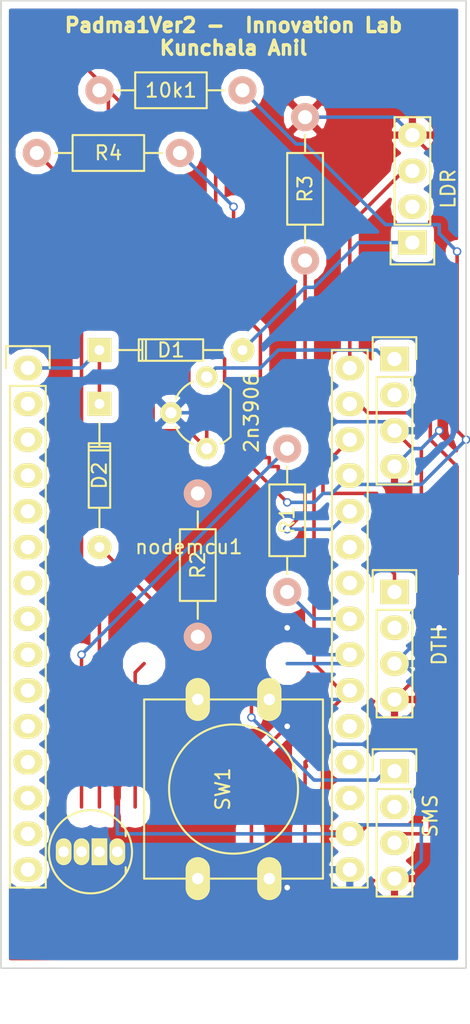
<source format=kicad_pcb>
(kicad_pcb (version 4) (host pcbnew 4.0.2+dfsg1-stable)

  (general
    (links 30)
    (no_connects 4)
    (area 143.234999 81.229999 177.828334 154.075)
    (thickness 1.6)
    (drawings 8)
    (tracks 196)
    (zones 0)
    (modules 15)
    (nets 42)
  )

  (page A4)
  (layers
    (0 F.Cu signal)
    (31 B.Cu signal)
    (32 B.Adhes user)
    (33 F.Adhes user)
    (34 B.Paste user)
    (35 F.Paste user)
    (36 B.SilkS user)
    (37 F.SilkS user)
    (38 B.Mask user)
    (39 F.Mask user)
    (40 Dwgs.User user)
    (41 Cmts.User user)
    (42 Eco1.User user)
    (43 Eco2.User user)
    (44 Edge.Cuts user)
    (45 Margin user)
    (46 B.CrtYd user)
    (47 F.CrtYd user)
    (48 B.Fab user)
    (49 F.Fab user)
  )

  (setup
    (last_trace_width 0.25)
    (trace_clearance 0.2)
    (zone_clearance 0.508)
    (zone_45_only no)
    (trace_min 0.2)
    (segment_width 0.2)
    (edge_width 0.1)
    (via_size 0.6)
    (via_drill 0.4)
    (via_min_size 0.4)
    (via_min_drill 0.3)
    (uvia_size 0.3)
    (uvia_drill 0.1)
    (uvias_allowed no)
    (uvia_min_size 0.2)
    (uvia_min_drill 0.1)
    (pcb_text_width 0.3)
    (pcb_text_size 1.5 1.5)
    (mod_edge_width 0.15)
    (mod_text_size 1 1)
    (mod_text_width 0.15)
    (pad_size 1.5 1.5)
    (pad_drill 0.6)
    (pad_to_mask_clearance 0)
    (aux_axis_origin 0 0)
    (visible_elements 7FFFFFFF)
    (pcbplotparams
      (layerselection 0x010f0_80000001)
      (usegerberextensions false)
      (excludeedgelayer true)
      (linewidth 0.100000)
      (plotframeref false)
      (viasonmask false)
      (mode 1)
      (useauxorigin false)
      (hpglpennumber 1)
      (hpglpenspeed 20)
      (hpglpendiameter 15)
      (hpglpenoverlay 2)
      (psnegative false)
      (psa4output false)
      (plotreference true)
      (plotvalue true)
      (plotinvisibletext false)
      (padsonsilk false)
      (subtractmaskfromsilk false)
      (outputformat 1)
      (mirror false)
      (drillshape 0)
      (scaleselection 1)
      (outputdirectory ""))
  )

  (net 0 "")
  (net 1 +3V3)
  (net 2 "Net-(2n3906-Pad3)")
  (net 3 "Net-(10k1-Pad1)")
  (net 4 "Net-(10k1-Pad2)")
  (net 5 "Net-(D1-Pad2)")
  (net 6 "Net-(D1-Pad1)")
  (net 7 "Net-(D2-Pad2)")
  (net 8 "Net-(D3-Pad1)")
  (net 9 Earth)
  (net 10 "Net-(D3-Pad3)")
  (net 11 "Net-(D3-Pad4)")
  (net 12 "Net-(DTH1-Pad1)")
  (net 13 "Net-(DTH1-Pad2)")
  (net 14 "Net-(Grovr1-Pad2)")
  (net 15 "Net-(LDR1-Pad2)")
  (net 16 "Net-(LDR1-Pad3)")
  (net 17 "Net-(MOIS1-Pad2)")
  (net 18 "Net-(MOIS1-Pad3)")
  (net 19 "Net-(nodemcu1-Pad2)")
  (net 20 "Net-(nodemcu1-Pad3)")
  (net 21 "Net-(nodemcu1-Pad4)")
  (net 22 "Net-(nodemcu1-Pad5)")
  (net 23 "Net-(nodemcu1-Pad6)")
  (net 24 "Net-(nodemcu1-Pad7)")
  (net 25 "Net-(nodemcu1-Pad8)")
  (net 26 "Net-(nodemcu1-Pad9)")
  (net 27 "Net-(nodemcu1-Pad10)")
  (net 28 "Net-(nodemcu1-Pad11)")
  (net 29 "Net-(nodemcu1-Pad12)")
  (net 30 "Net-(nodemcu1-Pad13)")
  (net 31 "Net-(nodemcu1-Pad14)")
  (net 32 "Net-(nodemcu1-Pad15)")
  (net 33 "Net-(nodemcu1-Pad18)")
  (net 34 "Net-(nodemcu1-Pad19)")
  (net 35 "Net-(nodemcu1-Pad25)")
  (net 36 "Net-(R4-Pad1)")
  (net 37 "Net-(nodemcu1-Pad24)")
  (net 38 "Net-(R2-Pad2)")
  (net 39 "Net-(R1-Pad1)")
  (net 40 "Net-(R3-Pad1)")
  (net 41 "Net-(nodemcu1-Pad20)")

  (net_class Default "This is the default net class."
    (clearance 0.2)
    (trace_width 0.25)
    (via_dia 0.6)
    (via_drill 0.4)
    (uvia_dia 0.3)
    (uvia_drill 0.1)
    (add_net +3V3)
    (add_net Earth)
    (add_net "Net-(10k1-Pad1)")
    (add_net "Net-(10k1-Pad2)")
    (add_net "Net-(2n3906-Pad3)")
    (add_net "Net-(D1-Pad1)")
    (add_net "Net-(D1-Pad2)")
    (add_net "Net-(D2-Pad2)")
    (add_net "Net-(D3-Pad1)")
    (add_net "Net-(D3-Pad3)")
    (add_net "Net-(D3-Pad4)")
    (add_net "Net-(DTH1-Pad1)")
    (add_net "Net-(DTH1-Pad2)")
    (add_net "Net-(Grovr1-Pad2)")
    (add_net "Net-(LDR1-Pad2)")
    (add_net "Net-(LDR1-Pad3)")
    (add_net "Net-(MOIS1-Pad2)")
    (add_net "Net-(MOIS1-Pad3)")
    (add_net "Net-(R1-Pad1)")
    (add_net "Net-(R2-Pad2)")
    (add_net "Net-(R3-Pad1)")
    (add_net "Net-(R4-Pad1)")
    (add_net "Net-(nodemcu1-Pad10)")
    (add_net "Net-(nodemcu1-Pad11)")
    (add_net "Net-(nodemcu1-Pad12)")
    (add_net "Net-(nodemcu1-Pad13)")
    (add_net "Net-(nodemcu1-Pad14)")
    (add_net "Net-(nodemcu1-Pad15)")
    (add_net "Net-(nodemcu1-Pad18)")
    (add_net "Net-(nodemcu1-Pad19)")
    (add_net "Net-(nodemcu1-Pad2)")
    (add_net "Net-(nodemcu1-Pad20)")
    (add_net "Net-(nodemcu1-Pad24)")
    (add_net "Net-(nodemcu1-Pad25)")
    (add_net "Net-(nodemcu1-Pad3)")
    (add_net "Net-(nodemcu1-Pad4)")
    (add_net "Net-(nodemcu1-Pad5)")
    (add_net "Net-(nodemcu1-Pad6)")
    (add_net "Net-(nodemcu1-Pad7)")
    (add_net "Net-(nodemcu1-Pad8)")
    (add_net "Net-(nodemcu1-Pad9)")
  )

  (module TO_SOT_Packages_THT:TO-92_Molded_Wide placed (layer F.Cu) (tedit 582D4403) (tstamp 582D4034)
    (at 158.115 113.03 90)
    (descr "TO-92 leads molded, wide, drill 0.8mm (see NXP sot054_po.pdf)")
    (tags "to-92 sc-43 sc-43a sot54 PA33 transistor")
    (path /582C37C4)
    (fp_text reference 2n3906 (at 2.54 3.175 90) (layer F.SilkS)
      (effects (font (size 1 1) (thickness 0.15)))
    )
    (fp_text value Q_PNP_BCE (at -2.54 1.27 180) (layer F.Fab) hide
      (effects (font (size 1 1) (thickness 0.15)))
    )
    (fp_arc (start 2.54 0) (end 0.34 -1) (angle 41.11209044) (layer F.SilkS) (width 0.15))
    (fp_arc (start 2.54 0) (end 4.74 -1) (angle -41.11210221) (layer F.SilkS) (width 0.15))
    (fp_arc (start 2.54 0) (end 0.84 1.7) (angle 20.5) (layer F.SilkS) (width 0.15))
    (fp_arc (start 2.54 0) (end 4.24 1.7) (angle -20.5) (layer F.SilkS) (width 0.15))
    (fp_line (start -1 1.95) (end -1 -3.55) (layer F.CrtYd) (width 0.05))
    (fp_line (start -1 1.95) (end 6.1 1.95) (layer F.CrtYd) (width 0.05))
    (fp_line (start 0.84 1.7) (end 4.24 1.7) (layer F.SilkS) (width 0.15))
    (fp_line (start -1 -3.55) (end 6.1 -3.55) (layer F.CrtYd) (width 0.05))
    (fp_line (start 6.1 1.95) (end 6.1 -3.55) (layer F.CrtYd) (width 0.05))
    (pad 2 thru_hole circle (at 2.54 -2.54 180) (size 1.524 1.524) (drill 0.8) (layers *.Cu *.Mask F.SilkS)
      (net 1 +3V3))
    (pad 3 thru_hole circle (at 5.08 0 180) (size 1.524 1.524) (drill 0.8) (layers *.Cu *.Mask F.SilkS)
      (net 2 "Net-(2n3906-Pad3)"))
    (pad 1 thru_hole circle (at 0 0 180) (size 1.524 1.524) (drill 0.8) (layers *.Cu *.Mask F.SilkS)
      (net 3 "Net-(10k1-Pad1)"))
    (model TO_SOT_Packages_THT.3dshapes/TO-92_Molded_Wide.wrl
      (at (xyz 0.1 0 0))
      (scale (xyz 1 1 1))
      (rotate (xyz 0 0 -90))
    )
  )

  (module Resistors_ThroughHole:Resistor_Horizontal_RM10mm placed (layer F.Cu) (tedit 582D4487) (tstamp 582D403A)
    (at 150.495 87.63)
    (descr "Resistor, Axial,  RM 10mm, 1/3W")
    (tags "Resistor Axial RM 10mm 1/3W")
    (path /582C36F9)
    (fp_text reference 10k1 (at 5.08 0) (layer F.SilkS)
      (effects (font (size 1 1) (thickness 0.15)))
    )
    (fp_text value R (at 5.08 3.81) (layer F.Fab) hide
      (effects (font (size 1 1) (thickness 0.15)))
    )
    (fp_line (start -1.25 -1.5) (end 11.4 -1.5) (layer F.CrtYd) (width 0.05))
    (fp_line (start -1.25 1.5) (end -1.25 -1.5) (layer F.CrtYd) (width 0.05))
    (fp_line (start 11.4 -1.5) (end 11.4 1.5) (layer F.CrtYd) (width 0.05))
    (fp_line (start -1.25 1.5) (end 11.4 1.5) (layer F.CrtYd) (width 0.05))
    (fp_line (start 2.54 -1.27) (end 7.62 -1.27) (layer F.SilkS) (width 0.15))
    (fp_line (start 7.62 -1.27) (end 7.62 1.27) (layer F.SilkS) (width 0.15))
    (fp_line (start 7.62 1.27) (end 2.54 1.27) (layer F.SilkS) (width 0.15))
    (fp_line (start 2.54 1.27) (end 2.54 -1.27) (layer F.SilkS) (width 0.15))
    (fp_line (start 2.54 0) (end 1.27 0) (layer F.SilkS) (width 0.15))
    (fp_line (start 7.62 0) (end 8.89 0) (layer F.SilkS) (width 0.15))
    (pad 1 thru_hole circle (at 0 0) (size 1.99898 1.99898) (drill 1.00076) (layers *.Cu *.SilkS *.Mask)
      (net 3 "Net-(10k1-Pad1)"))
    (pad 2 thru_hole circle (at 10.16 0) (size 1.99898 1.99898) (drill 1.00076) (layers *.Cu *.SilkS *.Mask)
      (net 4 "Net-(10k1-Pad2)"))
    (model Resistors_ThroughHole.3dshapes/Resistor_Horizontal_RM10mm.wrl
      (at (xyz 0 0 0))
      (scale (xyz 0.4 0.4 0.4))
      (rotate (xyz 0 0 0))
    )
  )

  (module Diodes_ThroughHole:Diode_DO-35_SOD27_Horizontal_RM10 placed (layer F.Cu) (tedit 582D442C) (tstamp 582D4040)
    (at 150.495 106.045)
    (descr "Diode, DO-35,  SOD27, Horizontal, RM 10mm")
    (tags "Diode, DO-35, SOD27, Horizontal, RM 10mm, 1N4148,")
    (path /582C3A72)
    (fp_text reference D1 (at 5.08 0) (layer F.SilkS)
      (effects (font (size 1 1) (thickness 0.15)))
    )
    (fp_text value D (at 4.41452 -3.55854) (layer F.Fab) hide
      (effects (font (size 1 1) (thickness 0.15)))
    )
    (fp_line (start 7.36652 -0.00254) (end 8.76352 -0.00254) (layer F.SilkS) (width 0.15))
    (fp_line (start 2.92152 -0.00254) (end 1.39752 -0.00254) (layer F.SilkS) (width 0.15))
    (fp_line (start 3.30252 -0.76454) (end 3.30252 0.75946) (layer F.SilkS) (width 0.15))
    (fp_line (start 3.04852 -0.76454) (end 3.04852 0.75946) (layer F.SilkS) (width 0.15))
    (fp_line (start 2.79452 -0.00254) (end 2.79452 0.75946) (layer F.SilkS) (width 0.15))
    (fp_line (start 2.79452 0.75946) (end 7.36652 0.75946) (layer F.SilkS) (width 0.15))
    (fp_line (start 7.36652 0.75946) (end 7.36652 -0.76454) (layer F.SilkS) (width 0.15))
    (fp_line (start 7.36652 -0.76454) (end 2.79452 -0.76454) (layer F.SilkS) (width 0.15))
    (fp_line (start 2.79452 -0.76454) (end 2.79452 -0.00254) (layer F.SilkS) (width 0.15))
    (pad 2 thru_hole circle (at 10.16052 -0.00254 180) (size 1.69926 1.69926) (drill 0.70104) (layers *.Cu *.Mask F.SilkS)
      (net 5 "Net-(D1-Pad2)"))
    (pad 1 thru_hole rect (at 0.00052 -0.00254 180) (size 1.69926 1.69926) (drill 0.70104) (layers *.Cu *.Mask F.SilkS)
      (net 6 "Net-(D1-Pad1)"))
    (model Diodes_ThroughHole.3dshapes/Diode_DO-35_SOD27_Horizontal_RM10.wrl
      (at (xyz 0.2 0 0))
      (scale (xyz 0.4 0.4 0.4))
      (rotate (xyz 0 0 180))
    )
  )

  (module Diodes_ThroughHole:Diode_DO-35_SOD27_Horizontal_RM10 placed (layer F.Cu) (tedit 582D4420) (tstamp 582D4046)
    (at 150.495 109.855 270)
    (descr "Diode, DO-35,  SOD27, Horizontal, RM 10mm")
    (tags "Diode, DO-35, SOD27, Horizontal, RM 10mm, 1N4148,")
    (path /582C376F)
    (fp_text reference D2 (at 5.08 0 270) (layer F.SilkS)
      (effects (font (size 1 1) (thickness 0.15)))
    )
    (fp_text value D (at 4.41452 -3.55854 270) (layer F.Fab) hide
      (effects (font (size 1 1) (thickness 0.15)))
    )
    (fp_line (start 7.36652 -0.00254) (end 8.76352 -0.00254) (layer F.SilkS) (width 0.15))
    (fp_line (start 2.92152 -0.00254) (end 1.39752 -0.00254) (layer F.SilkS) (width 0.15))
    (fp_line (start 3.30252 -0.76454) (end 3.30252 0.75946) (layer F.SilkS) (width 0.15))
    (fp_line (start 3.04852 -0.76454) (end 3.04852 0.75946) (layer F.SilkS) (width 0.15))
    (fp_line (start 2.79452 -0.00254) (end 2.79452 0.75946) (layer F.SilkS) (width 0.15))
    (fp_line (start 2.79452 0.75946) (end 7.36652 0.75946) (layer F.SilkS) (width 0.15))
    (fp_line (start 7.36652 0.75946) (end 7.36652 -0.76454) (layer F.SilkS) (width 0.15))
    (fp_line (start 7.36652 -0.76454) (end 2.79452 -0.76454) (layer F.SilkS) (width 0.15))
    (fp_line (start 2.79452 -0.76454) (end 2.79452 -0.00254) (layer F.SilkS) (width 0.15))
    (pad 2 thru_hole circle (at 10.16052 -0.00254 90) (size 1.69926 1.69926) (drill 0.70104) (layers *.Cu *.Mask F.SilkS)
      (net 7 "Net-(D2-Pad2)"))
    (pad 1 thru_hole rect (at 0.00052 -0.00254 90) (size 1.69926 1.69926) (drill 0.70104) (layers *.Cu *.Mask F.SilkS)
      (net 6 "Net-(D1-Pad1)"))
    (model Diodes_ThroughHole.3dshapes/Diode_DO-35_SOD27_Horizontal_RM10.wrl
      (at (xyz 0.2 0 0))
      (scale (xyz 0.4 0.4 0.4))
      (rotate (xyz 0 0 180))
    )
  )

  (module LEDs:LED-RGB-5MM_Common_Cathode placed (layer F.Cu) (tedit 582D9CA2) (tstamp 582D404E)
    (at 151.765 141.605 270)
    (descr "5mm common cathode RGB LED")
    (tags "RGB LED 5mm Common Cathode")
    (path /582C388A)
    (fp_text reference D3 (at 0 -2.25 270) (layer F.SilkS) hide
      (effects (font (size 1 1) (thickness 0.15)))
    )
    (fp_text value LED_RGB (at 3.175 1.27 360) (layer F.Fab)
      (effects (font (size 1 1) (thickness 0.15)))
    )
    (fp_circle (center 0 1.905) (end 3.2 1.905) (layer F.CrtYd) (width 0.05))
    (fp_line (start -1.1 -0.595) (end -1.55 -0.595) (layer F.SilkS) (width 0.15))
    (fp_circle (center 0 1.905) (end 2.95 1.905) (layer F.SilkS) (width 0.15))
    (fp_line (start 1.1 -0.595) (end 1.55 -0.595) (layer F.SilkS) (width 0.15))
    (pad 1 thru_hole oval (at 0 0 270) (size 1.905 1.1176) (drill 0.762) (layers *.Cu *.Mask F.SilkS)
      (net 8 "Net-(D3-Pad1)"))
    (pad 2 thru_hole rect (at 0 1.27 270) (size 1.905 1.1176) (drill 0.762) (layers *.Cu *.Mask F.SilkS)
      (net 9 Earth))
    (pad 3 thru_hole oval (at 0 2.54 270) (size 1.905 1.1176) (drill 0.762) (layers *.Cu *.Mask F.SilkS)
      (net 10 "Net-(D3-Pad3)"))
    (pad 4 thru_hole oval (at 0 3.81 270) (size 1.905 1.1176) (drill 0.762) (layers *.Cu *.Mask F.SilkS)
      (net 11 "Net-(D3-Pad4)"))
  )

  (module Pin_Headers:Pin_Header_Straight_1x04 placed (layer F.Cu) (tedit 582D9D03) (tstamp 582D4056)
    (at 171.45 123.19)
    (descr "Through hole pin header")
    (tags "pin header")
    (path /582C4013)
    (fp_text reference DTH (at 3.175 3.81 90) (layer F.SilkS)
      (effects (font (size 1 1) (thickness 0.15)))
    )
    (fp_text value CONN_01X04 (at 0 -3.1) (layer F.Fab) hide
      (effects (font (size 1 1) (thickness 0.15)))
    )
    (fp_line (start -1.75 -1.75) (end -1.75 9.4) (layer F.CrtYd) (width 0.05))
    (fp_line (start 1.75 -1.75) (end 1.75 9.4) (layer F.CrtYd) (width 0.05))
    (fp_line (start -1.75 -1.75) (end 1.75 -1.75) (layer F.CrtYd) (width 0.05))
    (fp_line (start -1.75 9.4) (end 1.75 9.4) (layer F.CrtYd) (width 0.05))
    (fp_line (start -1.27 1.27) (end -1.27 8.89) (layer F.SilkS) (width 0.15))
    (fp_line (start 1.27 1.27) (end 1.27 8.89) (layer F.SilkS) (width 0.15))
    (fp_line (start 1.55 -1.55) (end 1.55 0) (layer F.SilkS) (width 0.15))
    (fp_line (start -1.27 8.89) (end 1.27 8.89) (layer F.SilkS) (width 0.15))
    (fp_line (start 1.27 1.27) (end -1.27 1.27) (layer F.SilkS) (width 0.15))
    (fp_line (start -1.55 0) (end -1.55 -1.55) (layer F.SilkS) (width 0.15))
    (fp_line (start -1.55 -1.55) (end 1.55 -1.55) (layer F.SilkS) (width 0.15))
    (pad 1 thru_hole rect (at 0 0) (size 2.032 1.7272) (drill 1.016) (layers *.Cu *.Mask F.SilkS)
      (net 12 "Net-(DTH1-Pad1)"))
    (pad 2 thru_hole oval (at 0 2.54) (size 2.032 1.7272) (drill 1.016) (layers *.Cu *.Mask F.SilkS)
      (net 13 "Net-(DTH1-Pad2)"))
    (pad 3 thru_hole oval (at 0 5.08) (size 2.032 1.7272) (drill 1.016) (layers *.Cu *.Mask F.SilkS)
      (net 1 +3V3))
    (pad 4 thru_hole oval (at 0 7.62) (size 2.032 1.7272) (drill 1.016) (layers *.Cu *.Mask F.SilkS)
      (net 9 Earth))
    (model Pin_Headers.3dshapes/Pin_Header_Straight_1x04.wrl
      (at (xyz 0 -0.15 0))
      (scale (xyz 1 1 1))
      (rotate (xyz 0 0 90))
    )
  )

  (module Pin_Headers:Pin_Header_Straight_1x04 placed (layer F.Cu) (tedit 582D4569) (tstamp 582D405E)
    (at 171.45 106.68)
    (descr "Through hole pin header")
    (tags "pin header")
    (path /582C406C)
    (fp_text reference Grovr1 (at 0 -5.1) (layer F.SilkS) hide
      (effects (font (size 1 1) (thickness 0.15)))
    )
    (fp_text value RLY (at 3.175 4.445 90) (layer F.Fab)
      (effects (font (size 1 1) (thickness 0.15)))
    )
    (fp_line (start -1.75 -1.75) (end -1.75 9.4) (layer F.CrtYd) (width 0.05))
    (fp_line (start 1.75 -1.75) (end 1.75 9.4) (layer F.CrtYd) (width 0.05))
    (fp_line (start -1.75 -1.75) (end 1.75 -1.75) (layer F.CrtYd) (width 0.05))
    (fp_line (start -1.75 9.4) (end 1.75 9.4) (layer F.CrtYd) (width 0.05))
    (fp_line (start -1.27 1.27) (end -1.27 8.89) (layer F.SilkS) (width 0.15))
    (fp_line (start 1.27 1.27) (end 1.27 8.89) (layer F.SilkS) (width 0.15))
    (fp_line (start 1.55 -1.55) (end 1.55 0) (layer F.SilkS) (width 0.15))
    (fp_line (start -1.27 8.89) (end 1.27 8.89) (layer F.SilkS) (width 0.15))
    (fp_line (start 1.27 1.27) (end -1.27 1.27) (layer F.SilkS) (width 0.15))
    (fp_line (start -1.55 0) (end -1.55 -1.55) (layer F.SilkS) (width 0.15))
    (fp_line (start -1.55 -1.55) (end 1.55 -1.55) (layer F.SilkS) (width 0.15))
    (pad 1 thru_hole rect (at 0 0) (size 2.032 1.7272) (drill 1.016) (layers *.Cu *.Mask F.SilkS)
      (net 2 "Net-(2n3906-Pad3)"))
    (pad 2 thru_hole oval (at 0 2.54) (size 2.032 1.7272) (drill 1.016) (layers *.Cu *.Mask F.SilkS)
      (net 14 "Net-(Grovr1-Pad2)"))
    (pad 3 thru_hole oval (at 0 5.08) (size 2.032 1.7272) (drill 1.016) (layers *.Cu *.Mask F.SilkS)
      (net 1 +3V3))
    (pad 4 thru_hole oval (at 0 7.62) (size 2.032 1.7272) (drill 1.016) (layers *.Cu *.Mask F.SilkS)
      (net 9 Earth))
    (model Pin_Headers.3dshapes/Pin_Header_Straight_1x04.wrl
      (at (xyz 0 -0.15 0))
      (scale (xyz 1 1 1))
      (rotate (xyz 0 0 90))
    )
  )

  (module Pin_Headers:Pin_Header_Straight_1x04 placed (layer F.Cu) (tedit 582D9D12) (tstamp 582D4066)
    (at 172.72 98.425 180)
    (descr "Through hole pin header")
    (tags "pin header")
    (path /582C3F02)
    (fp_text reference LDR (at -2.54 3.81 270) (layer F.SilkS)
      (effects (font (size 1 1) (thickness 0.15)))
    )
    (fp_text value CONN_01X04 (at 0 -3.1 180) (layer F.Fab) hide
      (effects (font (size 1 1) (thickness 0.15)))
    )
    (fp_line (start -1.75 -1.75) (end -1.75 9.4) (layer F.CrtYd) (width 0.05))
    (fp_line (start 1.75 -1.75) (end 1.75 9.4) (layer F.CrtYd) (width 0.05))
    (fp_line (start -1.75 -1.75) (end 1.75 -1.75) (layer F.CrtYd) (width 0.05))
    (fp_line (start -1.75 9.4) (end 1.75 9.4) (layer F.CrtYd) (width 0.05))
    (fp_line (start -1.27 1.27) (end -1.27 8.89) (layer F.SilkS) (width 0.15))
    (fp_line (start 1.27 1.27) (end 1.27 8.89) (layer F.SilkS) (width 0.15))
    (fp_line (start 1.55 -1.55) (end 1.55 0) (layer F.SilkS) (width 0.15))
    (fp_line (start -1.27 8.89) (end 1.27 8.89) (layer F.SilkS) (width 0.15))
    (fp_line (start 1.27 1.27) (end -1.27 1.27) (layer F.SilkS) (width 0.15))
    (fp_line (start -1.55 0) (end -1.55 -1.55) (layer F.SilkS) (width 0.15))
    (fp_line (start -1.55 -1.55) (end 1.55 -1.55) (layer F.SilkS) (width 0.15))
    (pad 1 thru_hole rect (at 0 0 180) (size 2.032 1.7272) (drill 1.016) (layers *.Cu *.Mask F.SilkS)
      (net 5 "Net-(D1-Pad2)"))
    (pad 2 thru_hole oval (at 0 2.54 180) (size 2.032 1.7272) (drill 1.016) (layers *.Cu *.Mask F.SilkS)
      (net 15 "Net-(LDR1-Pad2)"))
    (pad 3 thru_hole oval (at 0 5.08 180) (size 2.032 1.7272) (drill 1.016) (layers *.Cu *.Mask F.SilkS)
      (net 16 "Net-(LDR1-Pad3)"))
    (pad 4 thru_hole oval (at 0 7.62 180) (size 2.032 1.7272) (drill 1.016) (layers *.Cu *.Mask F.SilkS)
      (net 9 Earth))
    (model Pin_Headers.3dshapes/Pin_Header_Straight_1x04.wrl
      (at (xyz 0 -0.15 0))
      (scale (xyz 1 1 1))
      (rotate (xyz 0 0 90))
    )
  )

  (module Pin_Headers:Pin_Header_Straight_1x04 placed (layer F.Cu) (tedit 582D9CDB) (tstamp 582D406E)
    (at 171.45 135.89)
    (descr "Through hole pin header")
    (tags "pin header")
    (path /582C3F9A)
    (fp_text reference SMS (at 2.54 3.175 90) (layer F.SilkS)
      (effects (font (size 1 1) (thickness 0.15)))
    )
    (fp_text value CONN_01X04 (at 0 -3.1) (layer F.Fab) hide
      (effects (font (size 1 1) (thickness 0.15)))
    )
    (fp_line (start -1.75 -1.75) (end -1.75 9.4) (layer F.CrtYd) (width 0.05))
    (fp_line (start 1.75 -1.75) (end 1.75 9.4) (layer F.CrtYd) (width 0.05))
    (fp_line (start -1.75 -1.75) (end 1.75 -1.75) (layer F.CrtYd) (width 0.05))
    (fp_line (start -1.75 9.4) (end 1.75 9.4) (layer F.CrtYd) (width 0.05))
    (fp_line (start -1.27 1.27) (end -1.27 8.89) (layer F.SilkS) (width 0.15))
    (fp_line (start 1.27 1.27) (end 1.27 8.89) (layer F.SilkS) (width 0.15))
    (fp_line (start 1.55 -1.55) (end 1.55 0) (layer F.SilkS) (width 0.15))
    (fp_line (start -1.27 8.89) (end 1.27 8.89) (layer F.SilkS) (width 0.15))
    (fp_line (start 1.27 1.27) (end -1.27 1.27) (layer F.SilkS) (width 0.15))
    (fp_line (start -1.55 0) (end -1.55 -1.55) (layer F.SilkS) (width 0.15))
    (fp_line (start -1.55 -1.55) (end 1.55 -1.55) (layer F.SilkS) (width 0.15))
    (pad 1 thru_hole rect (at 0 0) (size 2.032 1.7272) (drill 1.016) (layers *.Cu *.Mask F.SilkS)
      (net 7 "Net-(D2-Pad2)"))
    (pad 2 thru_hole oval (at 0 2.54) (size 2.032 1.7272) (drill 1.016) (layers *.Cu *.Mask F.SilkS)
      (net 17 "Net-(MOIS1-Pad2)"))
    (pad 3 thru_hole oval (at 0 5.08) (size 2.032 1.7272) (drill 1.016) (layers *.Cu *.Mask F.SilkS)
      (net 18 "Net-(MOIS1-Pad3)"))
    (pad 4 thru_hole oval (at 0 7.62) (size 2.032 1.7272) (drill 1.016) (layers *.Cu *.Mask F.SilkS)
      (net 9 Earth))
    (model Pin_Headers.3dshapes/Pin_Header_Straight_1x04.wrl
      (at (xyz 0 -0.15 0))
      (scale (xyz 1 1 1))
      (rotate (xyz 0 0 90))
    )
  )

  (module nodemcu:NodeMCU_Amica_R2 placed (layer F.Cu) (tedit 56871839) (tstamp 582D4090)
    (at 145.415 107.315)
    (descr "Through-hole-mounted NodeMCU 0.9")
    (tags nodemcu)
    (path /582C3605)
    (fp_text reference nodemcu1 (at 11.43 12.68) (layer F.SilkS)
      (effects (font (size 1 1) (thickness 0.15)))
    )
    (fp_text value nodemcu (at 11.43 45.085) (layer F.Fab)
      (effects (font (size 2 2) (thickness 0.15)))
    )
    (fp_circle (center 0.108949 -4.318) (end 1.378949 -3.048) (layer F.CrtYd) (width 0.15))
    (fp_line (start 15.24 37.465) (end 15.24 42.545) (layer F.CrtYd) (width 0.15))
    (fp_line (start 7.62 37.465) (end 15.24 37.465) (layer F.CrtYd) (width 0.15))
    (fp_line (start 7.62 42.545) (end 7.62 37.465) (layer F.CrtYd) (width 0.15))
    (fp_line (start -1.905 42.545) (end -1.905 -6.35) (layer F.CrtYd) (width 0.15))
    (fp_line (start 24.765 42.545) (end -1.905 42.545) (layer F.CrtYd) (width 0.15))
    (fp_line (start 24.765 -6.35) (end 24.765 42.545) (layer F.CrtYd) (width 0.15))
    (fp_line (start -1.905 -6.35) (end 24.765 -6.35) (layer F.CrtYd) (width 0.15))
    (fp_line (start -1.27 1.27) (end -1.27 36.83) (layer F.SilkS) (width 0.15))
    (fp_line (start -1.27 36.83) (end 1.27 36.83) (layer F.SilkS) (width 0.15))
    (fp_line (start 1.27 36.83) (end 1.27 1.27) (layer F.SilkS) (width 0.15))
    (fp_line (start 1.55 -1.55) (end 1.55 0) (layer F.SilkS) (width 0.15))
    (fp_line (start 1.27 1.27) (end -1.27 1.27) (layer F.SilkS) (width 0.15))
    (fp_line (start -1.55 0) (end -1.55 -1.55) (layer F.SilkS) (width 0.15))
    (fp_line (start -1.55 -1.55) (end 1.55 -1.55) (layer F.SilkS) (width 0.15))
    (fp_line (start 21.59 36.83) (end 24.13 36.83) (layer F.SilkS) (width 0.15))
    (fp_line (start 21.59 -1.27) (end 21.59 36.83) (layer F.SilkS) (width 0.15))
    (fp_line (start 24.13 -1.27) (end 21.59 -1.27) (layer F.SilkS) (width 0.15))
    (fp_line (start 24.13 36.83) (end 24.13 -1.27) (layer F.SilkS) (width 0.15))
    (fp_circle (center 22.733 -4.318) (end 24.003 -3.048) (layer F.CrtYd) (width 0.15))
    (fp_circle (center 22.733 40.513) (end 24.003 41.783) (layer F.CrtYd) (width 0.15))
    (fp_circle (center 0.127 40.513) (end 1.397 41.783) (layer F.CrtYd) (width 0.15))
    (pad 1 thru_hole oval (at 0 0) (size 2.032 1.7272) (drill 1.016) (layers *.Cu *.Mask F.SilkS)
      (net 6 "Net-(D1-Pad1)"))
    (pad 2 thru_hole oval (at 0 2.54) (size 2.032 1.7272) (drill 1.016) (layers *.Cu *.Mask F.SilkS)
      (net 19 "Net-(nodemcu1-Pad2)"))
    (pad 3 thru_hole oval (at 0 5.08) (size 2.032 1.7272) (drill 1.016) (layers *.Cu *.Mask F.SilkS)
      (net 20 "Net-(nodemcu1-Pad3)"))
    (pad 4 thru_hole oval (at 0 7.62) (size 2.032 1.7272) (drill 1.016) (layers *.Cu *.Mask F.SilkS)
      (net 21 "Net-(nodemcu1-Pad4)"))
    (pad 5 thru_hole oval (at 0 10.16) (size 2.032 1.7272) (drill 1.016) (layers *.Cu *.Mask F.SilkS)
      (net 22 "Net-(nodemcu1-Pad5)"))
    (pad 6 thru_hole oval (at 0 12.7) (size 2.032 1.7272) (drill 1.016) (layers *.Cu *.Mask F.SilkS)
      (net 23 "Net-(nodemcu1-Pad6)"))
    (pad 7 thru_hole oval (at 0 15.24) (size 2.032 1.7272) (drill 1.016) (layers *.Cu *.Mask F.SilkS)
      (net 24 "Net-(nodemcu1-Pad7)"))
    (pad 8 thru_hole oval (at 0 17.78) (size 2.032 1.7272) (drill 1.016) (layers *.Cu *.Mask F.SilkS)
      (net 25 "Net-(nodemcu1-Pad8)"))
    (pad 9 thru_hole oval (at 0 20.32) (size 2.032 1.7272) (drill 1.016) (layers *.Cu *.Mask F.SilkS)
      (net 26 "Net-(nodemcu1-Pad9)"))
    (pad 10 thru_hole oval (at 0 22.86) (size 2.032 1.7272) (drill 1.016) (layers *.Cu *.Mask F.SilkS)
      (net 27 "Net-(nodemcu1-Pad10)"))
    (pad 11 thru_hole oval (at 0 25.4) (size 2.032 1.7272) (drill 1.016) (layers *.Cu *.Mask F.SilkS)
      (net 28 "Net-(nodemcu1-Pad11)"))
    (pad 12 thru_hole oval (at 0 27.94) (size 2.032 1.7272) (drill 1.016) (layers *.Cu *.Mask F.SilkS)
      (net 29 "Net-(nodemcu1-Pad12)"))
    (pad 13 thru_hole oval (at 0 30.48) (size 2.032 1.7272) (drill 1.016) (layers *.Cu *.Mask F.SilkS)
      (net 30 "Net-(nodemcu1-Pad13)"))
    (pad 14 thru_hole oval (at 0 33.02) (size 2.032 1.7272) (drill 1.016) (layers *.Cu *.Mask F.SilkS)
      (net 31 "Net-(nodemcu1-Pad14)"))
    (pad 15 thru_hole oval (at 0 35.56) (size 2.032 1.7272) (drill 1.016) (layers *.Cu *.Mask F.SilkS)
      (net 32 "Net-(nodemcu1-Pad15)"))
    (pad 30 thru_hole oval (at 22.86 0) (size 2.032 1.7272) (drill 1.016) (layers *.Cu *.Mask F.SilkS)
      (net 16 "Net-(LDR1-Pad3)"))
    (pad 18 thru_hole oval (at 22.86 30.48) (size 2.032 1.7272) (drill 1.016) (layers *.Cu *.Mask F.SilkS)
      (net 33 "Net-(nodemcu1-Pad18)"))
    (pad 17 thru_hole oval (at 22.86 33.02) (size 2.032 1.7272) (drill 1.016) (layers *.Cu *.Mask F.SilkS)
      (net 9 Earth))
    (pad 19 thru_hole oval (at 22.86 27.94) (size 2.032 1.7272) (drill 1.016) (layers *.Cu *.Mask F.SilkS)
      (net 34 "Net-(nodemcu1-Pad19)"))
    (pad 25 thru_hole oval (at 22.86 12.7) (size 2.032 1.7272) (drill 1.016) (layers *.Cu *.Mask F.SilkS)
      (net 35 "Net-(nodemcu1-Pad25)"))
    (pad 26 thru_hole oval (at 22.86 10.16) (size 2.032 1.7272) (drill 1.016) (layers *.Cu *.Mask F.SilkS)
      (net 36 "Net-(R4-Pad1)"))
    (pad 24 thru_hole oval (at 22.86 15.24) (size 2.032 1.7272) (drill 1.016) (layers *.Cu *.Mask F.SilkS)
      (net 37 "Net-(nodemcu1-Pad24)"))
    (pad 16 thru_hole oval (at 22.86 35.56) (size 2.032 1.7272) (drill 1.016) (layers *.Cu *.Mask F.SilkS)
      (net 1 +3V3))
    (pad 22 thru_hole oval (at 22.86 20.32) (size 2.032 1.7272) (drill 1.016) (layers *.Cu *.Mask F.SilkS)
      (net 38 "Net-(R2-Pad2)"))
    (pad 23 thru_hole oval (at 22.86 17.78) (size 2.032 1.7272) (drill 1.016) (layers *.Cu *.Mask F.SilkS)
      (net 39 "Net-(R1-Pad1)"))
    (pad 21 thru_hole oval (at 22.86 22.86) (size 2.032 1.7272) (drill 1.016) (layers *.Cu *.Mask F.SilkS)
      (net 40 "Net-(R3-Pad1)"))
    (pad 20 thru_hole oval (at 22.86 25.4) (size 2.032 1.7272) (drill 1.016) (layers *.Cu *.Mask F.SilkS)
      (net 41 "Net-(nodemcu1-Pad20)"))
    (pad 28 thru_hole oval (at 22.86 5.08) (size 2.032 1.7272) (drill 1.016) (layers *.Cu *.Mask F.SilkS)
      (net 12 "Net-(DTH1-Pad1)"))
    (pad 27 thru_hole oval (at 22.86 7.62) (size 2.032 1.7272) (drill 1.016) (layers *.Cu *.Mask F.SilkS)
      (net 4 "Net-(10k1-Pad2)"))
    (pad 29 thru_hole oval (at 22.86 2.54) (size 2.032 1.7272) (drill 1.016) (layers *.Cu *.Mask F.SilkS)
      (net 18 "Net-(MOIS1-Pad3)"))
  )

  (module Resistors_ThroughHole:Resistor_Horizontal_RM10mm placed (layer F.Cu) (tedit 582D4418) (tstamp 582D4096)
    (at 163.83 123.19 90)
    (descr "Resistor, Axial,  RM 10mm, 1/3W")
    (tags "Resistor Axial RM 10mm 1/3W")
    (path /582C866A)
    (fp_text reference R1 (at 5.08 0 90) (layer F.SilkS)
      (effects (font (size 1 1) (thickness 0.15)))
    )
    (fp_text value R (at 5.08 3.81 90) (layer F.Fab) hide
      (effects (font (size 1 1) (thickness 0.15)))
    )
    (fp_line (start -1.25 -1.5) (end 11.4 -1.5) (layer F.CrtYd) (width 0.05))
    (fp_line (start -1.25 1.5) (end -1.25 -1.5) (layer F.CrtYd) (width 0.05))
    (fp_line (start 11.4 -1.5) (end 11.4 1.5) (layer F.CrtYd) (width 0.05))
    (fp_line (start -1.25 1.5) (end 11.4 1.5) (layer F.CrtYd) (width 0.05))
    (fp_line (start 2.54 -1.27) (end 7.62 -1.27) (layer F.SilkS) (width 0.15))
    (fp_line (start 7.62 -1.27) (end 7.62 1.27) (layer F.SilkS) (width 0.15))
    (fp_line (start 7.62 1.27) (end 2.54 1.27) (layer F.SilkS) (width 0.15))
    (fp_line (start 2.54 1.27) (end 2.54 -1.27) (layer F.SilkS) (width 0.15))
    (fp_line (start 2.54 0) (end 1.27 0) (layer F.SilkS) (width 0.15))
    (fp_line (start 7.62 0) (end 8.89 0) (layer F.SilkS) (width 0.15))
    (pad 1 thru_hole circle (at 0 0 90) (size 1.99898 1.99898) (drill 1.00076) (layers *.Cu *.SilkS *.Mask)
      (net 39 "Net-(R1-Pad1)"))
    (pad 2 thru_hole circle (at 10.16 0 90) (size 1.99898 1.99898) (drill 1.00076) (layers *.Cu *.SilkS *.Mask)
      (net 11 "Net-(D3-Pad4)"))
    (model Resistors_ThroughHole.3dshapes/Resistor_Horizontal_RM10mm.wrl
      (at (xyz 0 0 0))
      (scale (xyz 0.4 0.4 0.4))
      (rotate (xyz 0 0 0))
    )
  )

  (module Resistors_ThroughHole:Resistor_Horizontal_RM10mm placed (layer F.Cu) (tedit 582D440F) (tstamp 582D409C)
    (at 157.48 126.365 90)
    (descr "Resistor, Axial,  RM 10mm, 1/3W")
    (tags "Resistor Axial RM 10mm 1/3W")
    (path /582C8997)
    (fp_text reference R2 (at 5.08 0 90) (layer F.SilkS)
      (effects (font (size 1 1) (thickness 0.15)))
    )
    (fp_text value R (at 5.08 3.81 90) (layer F.Fab) hide
      (effects (font (size 1 1) (thickness 0.15)))
    )
    (fp_line (start -1.25 -1.5) (end 11.4 -1.5) (layer F.CrtYd) (width 0.05))
    (fp_line (start -1.25 1.5) (end -1.25 -1.5) (layer F.CrtYd) (width 0.05))
    (fp_line (start 11.4 -1.5) (end 11.4 1.5) (layer F.CrtYd) (width 0.05))
    (fp_line (start -1.25 1.5) (end 11.4 1.5) (layer F.CrtYd) (width 0.05))
    (fp_line (start 2.54 -1.27) (end 7.62 -1.27) (layer F.SilkS) (width 0.15))
    (fp_line (start 7.62 -1.27) (end 7.62 1.27) (layer F.SilkS) (width 0.15))
    (fp_line (start 7.62 1.27) (end 2.54 1.27) (layer F.SilkS) (width 0.15))
    (fp_line (start 2.54 1.27) (end 2.54 -1.27) (layer F.SilkS) (width 0.15))
    (fp_line (start 2.54 0) (end 1.27 0) (layer F.SilkS) (width 0.15))
    (fp_line (start 7.62 0) (end 8.89 0) (layer F.SilkS) (width 0.15))
    (pad 1 thru_hole circle (at 0 0 90) (size 1.99898 1.99898) (drill 1.00076) (layers *.Cu *.SilkS *.Mask)
      (net 8 "Net-(D3-Pad1)"))
    (pad 2 thru_hole circle (at 10.16 0 90) (size 1.99898 1.99898) (drill 1.00076) (layers *.Cu *.SilkS *.Mask)
      (net 38 "Net-(R2-Pad2)"))
    (model Resistors_ThroughHole.3dshapes/Resistor_Horizontal_RM10mm.wrl
      (at (xyz 0 0 0))
      (scale (xyz 0.4 0.4 0.4))
      (rotate (xyz 0 0 0))
    )
  )

  (module Resistors_ThroughHole:Resistor_Horizontal_RM10mm placed (layer F.Cu) (tedit 582D4463) (tstamp 582D40A2)
    (at 165.1 99.695 90)
    (descr "Resistor, Axial,  RM 10mm, 1/3W")
    (tags "Resistor Axial RM 10mm 1/3W")
    (path /582C3672)
    (fp_text reference R3 (at 5.08 0 90) (layer F.SilkS)
      (effects (font (size 1 1) (thickness 0.15)))
    )
    (fp_text value R (at 5.08 3.81 90) (layer F.Fab) hide
      (effects (font (size 1 1) (thickness 0.15)))
    )
    (fp_line (start -1.25 -1.5) (end 11.4 -1.5) (layer F.CrtYd) (width 0.05))
    (fp_line (start -1.25 1.5) (end -1.25 -1.5) (layer F.CrtYd) (width 0.05))
    (fp_line (start 11.4 -1.5) (end 11.4 1.5) (layer F.CrtYd) (width 0.05))
    (fp_line (start -1.25 1.5) (end 11.4 1.5) (layer F.CrtYd) (width 0.05))
    (fp_line (start 2.54 -1.27) (end 7.62 -1.27) (layer F.SilkS) (width 0.15))
    (fp_line (start 7.62 -1.27) (end 7.62 1.27) (layer F.SilkS) (width 0.15))
    (fp_line (start 7.62 1.27) (end 2.54 1.27) (layer F.SilkS) (width 0.15))
    (fp_line (start 2.54 1.27) (end 2.54 -1.27) (layer F.SilkS) (width 0.15))
    (fp_line (start 2.54 0) (end 1.27 0) (layer F.SilkS) (width 0.15))
    (fp_line (start 7.62 0) (end 8.89 0) (layer F.SilkS) (width 0.15))
    (pad 1 thru_hole circle (at 0 0 90) (size 1.99898 1.99898) (drill 1.00076) (layers *.Cu *.SilkS *.Mask)
      (net 40 "Net-(R3-Pad1)"))
    (pad 2 thru_hole circle (at 10.16 0 90) (size 1.99898 1.99898) (drill 1.00076) (layers *.Cu *.SilkS *.Mask)
      (net 9 Earth))
    (model Resistors_ThroughHole.3dshapes/Resistor_Horizontal_RM10mm.wrl
      (at (xyz 0 0 0))
      (scale (xyz 0.4 0.4 0.4))
      (rotate (xyz 0 0 0))
    )
  )

  (module Resistors_ThroughHole:Resistor_Horizontal_RM10mm placed (layer F.Cu) (tedit 582D448E) (tstamp 582D40A8)
    (at 156.21 92.075 180)
    (descr "Resistor, Axial,  RM 10mm, 1/3W")
    (tags "Resistor Axial RM 10mm 1/3W")
    (path /582C8339)
    (fp_text reference R4 (at 5.08 0 180) (layer F.SilkS)
      (effects (font (size 1 1) (thickness 0.15)))
    )
    (fp_text value R (at 5.08 3.81 180) (layer F.Fab) hide
      (effects (font (size 1 1) (thickness 0.15)))
    )
    (fp_line (start -1.25 -1.5) (end 11.4 -1.5) (layer F.CrtYd) (width 0.05))
    (fp_line (start -1.25 1.5) (end -1.25 -1.5) (layer F.CrtYd) (width 0.05))
    (fp_line (start 11.4 -1.5) (end 11.4 1.5) (layer F.CrtYd) (width 0.05))
    (fp_line (start -1.25 1.5) (end 11.4 1.5) (layer F.CrtYd) (width 0.05))
    (fp_line (start 2.54 -1.27) (end 7.62 -1.27) (layer F.SilkS) (width 0.15))
    (fp_line (start 7.62 -1.27) (end 7.62 1.27) (layer F.SilkS) (width 0.15))
    (fp_line (start 7.62 1.27) (end 2.54 1.27) (layer F.SilkS) (width 0.15))
    (fp_line (start 2.54 1.27) (end 2.54 -1.27) (layer F.SilkS) (width 0.15))
    (fp_line (start 2.54 0) (end 1.27 0) (layer F.SilkS) (width 0.15))
    (fp_line (start 7.62 0) (end 8.89 0) (layer F.SilkS) (width 0.15))
    (pad 1 thru_hole circle (at 0 0 180) (size 1.99898 1.99898) (drill 1.00076) (layers *.Cu *.SilkS *.Mask)
      (net 36 "Net-(R4-Pad1)"))
    (pad 2 thru_hole circle (at 10.16 0 180) (size 1.99898 1.99898) (drill 1.00076) (layers *.Cu *.SilkS *.Mask)
      (net 10 "Net-(D3-Pad3)"))
    (model Resistors_ThroughHole.3dshapes/Resistor_Horizontal_RM10mm.wrl
      (at (xyz 0 0 0))
      (scale (xyz 0.4 0.4 0.4))
      (rotate (xyz 0 0 0))
    )
  )

  (module Buttons_Switches_ThroughHole:SW_PUSH-12mm (layer F.Cu) (tedit 53FD9538) (tstamp 582D40B0)
    (at 160.02 137.16 90)
    (path /582C382D)
    (fp_text reference SW1 (at 0 -0.762 90) (layer F.SilkS)
      (effects (font (size 1 1) (thickness 0.15)))
    )
    (fp_text value SPST (at 0 1.016 90) (layer F.Fab)
      (effects (font (size 1 1) (thickness 0.15)))
    )
    (fp_circle (center 0 0) (end 3.81 2.54) (layer F.SilkS) (width 0.15))
    (fp_line (start -6.35 -6.35) (end 6.35 -6.35) (layer F.SilkS) (width 0.15))
    (fp_line (start 6.35 -6.35) (end 6.35 6.35) (layer F.SilkS) (width 0.15))
    (fp_line (start 6.35 6.35) (end -6.35 6.35) (layer F.SilkS) (width 0.15))
    (fp_line (start -6.35 6.35) (end -6.35 -6.35) (layer F.SilkS) (width 0.15))
    (pad 1 thru_hole oval (at 6.35 -2.54 90) (size 3.048 1.7272) (drill 0.8128) (layers *.Cu *.Mask F.SilkS)
      (net 1 +3V3))
    (pad 2 thru_hole oval (at 6.35 2.54 90) (size 3.048 1.7272) (drill 0.8128) (layers *.Cu *.Mask F.SilkS)
      (net 40 "Net-(R3-Pad1)"))
    (pad 1 thru_hole oval (at -6.35 -2.54 90) (size 3.048 1.7272) (drill 0.8128) (layers *.Cu *.Mask F.SilkS)
      (net 1 +3V3))
    (pad 2 thru_hole oval (at -6.35 2.54 90) (size 3.048 1.7272) (drill 0.8128) (layers *.Cu *.Mask F.SilkS)
      (net 40 "Net-(R3-Pad1)"))
    (model Buttons_Switches_ThroughHole.3dshapes/SW_PUSH-12mm.wrl
      (at (xyz 0 0 0))
      (scale (xyz 4 4 4))
      (rotate (xyz 0 0 0))
    )
  )

  (gr_text "Padma1Ver2 -  Innovation Lab\nKunchala Anil" (at 160.02 83.82) (layer F.SilkS)
    (effects (font (size 1 1) (thickness 0.25)))
  )
  (gr_line (start 143.51 81.28) (end 143.51 82.55) (angle 90) (layer Edge.Cuts) (width 0.1))
  (gr_line (start 143.51 82.55) (end 143.51 81.28) (angle 90) (layer Edge.Cuts) (width 0.1))
  (gr_line (start 143.51 81.28) (end 143.51 82.55) (angle 90) (layer Edge.Cuts) (width 0.1))
  (gr_line (start 176.53 81.28) (end 143.51 81.28) (angle 90) (layer Edge.Cuts) (width 0.1))
  (gr_line (start 176.53 149.86) (end 176.53 81.28) (angle 90) (layer Edge.Cuts) (width 0.1))
  (gr_line (start 143.51 149.86) (end 176.53 149.86) (angle 90) (layer Edge.Cuts) (width 0.1))
  (gr_line (start 143.51 82.55) (end 143.51 149.86) (angle 90) (layer Edge.Cuts) (width 0.1))

  (segment (start 153.67 128.27) (end 153.035 128.905) (width 0.25) (layer F.Cu) (net 0) (status 80000))
  (segment (start 153.035 128.905) (end 153.035 138.43) (width 0.25) (layer F.Cu) (net 0) (status 80000))
  (segment (start 161.195 135.555) (end 161.29 135.255) (width 0.25) (layer F.Cu) (net 1) (status 80000))
  (segment (start 161.29 135.255) (end 163.83 132.715) (width 0.25) (layer F.Cu) (net 1) (status 80000))
  (via (at 163.83 132.715) (size 0.6) (layers F.Cu B.Cu) (net 1) (status 80000))
  (segment (start 163.83 132.715) (end 165.1 133.985) (width 0.25) (layer B.Cu) (net 1) (status 80000))
  (segment (start 165.1 133.985) (end 170.18 133.985) (width 0.25) (layer B.Cu) (net 1) (status 80000))
  (segment (start 170.18 133.985) (end 172.085 132.08) (width 0.25) (layer B.Cu) (net 1) (status 80000))
  (segment (start 172.085 132.08) (end 173.355 132.08) (width 0.25) (layer B.Cu) (net 1) (status 80000))
  (segment (start 173.355 132.08) (end 173.355 129.54) (width 0.25) (layer B.Cu) (net 1) (status 80000))
  (segment (start 173.355 129.54) (end 172.085 128.27) (width 0.25) (layer B.Cu) (net 1) (status 80000))
  (segment (start 172.085 128.27) (end 171.45 128.27) (width 0.25) (layer B.Cu) (net 1) (status 80000))
  (segment (start 171.45 111.76) (end 170.815 111.125) (width 0.25) (layer B.Cu) (net 1) (status 80000))
  (segment (start 170.815 111.125) (end 166.37 111.125) (width 0.25) (layer B.Cu) (net 1) (status 80000))
  (segment (start 166.37 111.125) (end 165.735 110.49) (width 0.25) (layer B.Cu) (net 1) (status 80000))
  (segment (start 165.735 110.49) (end 155.575 110.49) (width 0.25) (layer B.Cu) (net 1) (status 80000))
  (segment (start 171.45 128.27) (end 172.72 127) (width 0.25) (layer B.Cu) (net 1) (status 80000))
  (segment (start 172.72 127) (end 173.355 127) (width 0.25) (layer B.Cu) (net 1) (status 80000))
  (segment (start 161.195 141.305) (end 161.29 141.605) (width 0.25) (layer F.Cu) (net 1) (status 80000))
  (segment (start 161.29 141.605) (end 163.83 144.145) (width 0.25) (layer F.Cu) (net 1) (status 80000))
  (via (at 163.83 144.145) (size 0.6) (layers F.Cu B.Cu) (net 1) (status 80000))
  (segment (start 163.83 144.145) (end 165.1 142.875) (width 0.25) (layer B.Cu) (net 1) (status 80000))
  (segment (start 165.1 142.875) (end 168.275 142.875) (width 0.25) (layer B.Cu) (net 1) (status 80000))
  (segment (start 161.195 141.305) (end 161.29 141.605) (width 0.25) (layer F.Cu) (net 1) (status 80000))
  (segment (start 161.29 141.605) (end 161.29 135.255) (width 0.25) (layer F.Cu) (net 1) (status 80000))
  (segment (start 161.29 135.255) (end 161.195 135.555) (width 0.25) (layer F.Cu) (net 1) (tstamp 582D4285) (status 80000))
  (segment (start 173.355 127) (end 174.625 125.73) (width 0.25) (layer B.Cu) (net 1) (status 80000))
  (via (at 174.625 125.73) (size 0.6) (layers F.Cu B.Cu) (net 1) (status 80000))
  (segment (start 174.625 125.73) (end 174.625 121.285) (width 0.25) (layer F.Cu) (net 1) (status 80000))
  (segment (start 174.625 121.285) (end 173.355 120.015) (width 0.25) (layer F.Cu) (net 1) (status 80000))
  (segment (start 173.355 120.015) (end 173.355 113.03) (width 0.25) (layer F.Cu) (net 1) (status 80000))
  (segment (start 173.355 113.03) (end 172.72 113.03) (width 0.25) (layer F.Cu) (net 1) (status 80000))
  (segment (start 172.72 113.03) (end 171.45 111.76) (width 0.25) (layer F.Cu) (net 1) (status 80000))
  (segment (start 158.115 107.95) (end 158.75 107.315) (width 0.25) (layer B.Cu) (net 2) (status 80000))
  (segment (start 158.75 107.315) (end 161.925 107.315) (width 0.25) (layer B.Cu) (net 2) (status 80000))
  (segment (start 161.925 107.315) (end 163.195 106.045) (width 0.25) (layer B.Cu) (net 2) (status 80000))
  (segment (start 163.195 106.045) (end 170.18 106.045) (width 0.25) (layer B.Cu) (net 2) (status 80000))
  (segment (start 170.18 106.045) (end 170.815 106.68) (width 0.25) (layer B.Cu) (net 2) (status 80000))
  (segment (start 170.815 106.68) (end 171.45 106.68) (width 0.25) (layer B.Cu) (net 2) (status 80000))
  (segment (start 150.495 87.63) (end 151.13 88.265) (width 0.25) (layer F.Cu) (net 3) (status 80000))
  (segment (start 151.13 88.265) (end 151.13 89.535) (width 0.25) (layer F.Cu) (net 3) (status 80000))
  (segment (start 151.13 89.535) (end 153.035 91.44) (width 0.25) (layer F.Cu) (net 3) (status 80000))
  (segment (start 153.035 91.44) (end 153.035 93.345) (width 0.25) (layer F.Cu) (net 3) (status 80000))
  (segment (start 153.035 93.345) (end 154.305 94.615) (width 0.25) (layer F.Cu) (net 3) (status 80000))
  (segment (start 154.305 94.615) (end 154.305 111.76) (width 0.25) (layer F.Cu) (net 3) (status 80000))
  (segment (start 154.305 111.76) (end 156.845 111.76) (width 0.25) (layer F.Cu) (net 3) (status 80000))
  (segment (start 156.845 111.76) (end 158.115 113.03) (width 0.25) (layer F.Cu) (net 3) (status 80000))
  (segment (start 148.59 85.09) (end 154.305 90.805) (width 0.25) (layer F.Cu) (net 3) (status 80000))
  (segment (start 154.305 90.805) (end 154.305 92.71) (width 0.25) (layer F.Cu) (net 3) (status 80000))
  (segment (start 154.305 92.71) (end 156.845 95.25) (width 0.25) (layer F.Cu) (net 3) (status 80000))
  (segment (start 156.845 95.25) (end 156.845 97.79) (width 0.25) (layer F.Cu) (net 3) (status 80000))
  (segment (start 156.845 97.79) (end 156.845 98.425) (width 0.25) (layer F.Cu) (net 3) (tstamp 582E903E) (status 80000))
  (segment (start 156.845 98.425) (end 156.845 109.22) (width 0.25) (layer F.Cu) (net 3) (tstamp 582E9041) (status 80000))
  (segment (start 156.845 109.22) (end 158.115 110.49) (width 0.25) (layer F.Cu) (net 3) (status 80000))
  (segment (start 158.115 110.49) (end 158.115 113.03) (width 0.25) (layer F.Cu) (net 3) (status 80000))
  (segment (start 168.275 114.935) (end 168.91 115.57) (width 0.25) (layer B.Cu) (net 4) (status 80000))
  (segment (start 168.91 115.57) (end 173.355 115.57) (width 0.25) (layer B.Cu) (net 4) (status 80000))
  (segment (start 173.355 115.57) (end 176.53 112.395) (width 0.25) (layer B.Cu) (net 4) (status 80000))
  (via (at 176.53 112.395) (size 0.6) (layers F.Cu B.Cu) (net 4) (status 80000))
  (segment (start 176.53 112.395) (end 175.895 111.76) (width 0.25) (layer F.Cu) (net 4) (status 80000))
  (segment (start 175.895 111.76) (end 175.895 99.06) (width 0.25) (layer F.Cu) (net 4) (status 80000))
  (via (at 175.895 99.06) (size 0.6) (layers F.Cu B.Cu) (net 4) (status 80000))
  (segment (start 175.895 99.06) (end 174.625 97.79) (width 0.25) (layer B.Cu) (net 4) (status 80000))
  (segment (start 174.625 97.79) (end 174.625 97.155) (width 0.25) (layer B.Cu) (net 4) (status 80000))
  (segment (start 174.625 97.155) (end 170.815 97.155) (width 0.25) (layer B.Cu) (net 4) (status 80000))
  (segment (start 170.815 97.155) (end 165.1 91.44) (width 0.25) (layer B.Cu) (net 4) (status 80000))
  (segment (start 165.1 91.44) (end 164.465 91.44) (width 0.25) (layer B.Cu) (net 4) (status 80000))
  (segment (start 164.465 91.44) (end 160.655 87.63) (width 0.25) (layer B.Cu) (net 4) (status 80000))
  (segment (start 168.275 114.935) (end 167.005 116.205) (width 0.25) (layer B.Cu) (net 4) (status 80000))
  (segment (start 167.005 116.205) (end 166.37 116.205) (width 0.25) (layer B.Cu) (net 4) (status 80000))
  (segment (start 166.37 116.205) (end 165.735 116.84) (width 0.25) (layer B.Cu) (net 4) (status 80000))
  (segment (start 165.735 116.84) (end 163.83 116.84) (width 0.25) (layer B.Cu) (net 4) (status 80000))
  (via (at 163.83 116.84) (size 0.6) (layers F.Cu B.Cu) (net 4) (status 80000))
  (segment (start 163.83 116.84) (end 159.385 112.395) (width 0.25) (layer F.Cu) (net 4) (status 80000))
  (segment (start 159.385 112.395) (end 159.385 106.68) (width 0.25) (layer F.Cu) (net 4) (status 80000))
  (segment (start 159.385 106.68) (end 158.75 106.045) (width 0.25) (layer F.Cu) (net 4) (status 80000))
  (segment (start 158.75 106.045) (end 158.75 85.09) (width 0.25) (layer F.Cu) (net 4) (status 80000))
  (segment (start 160.65552 106.04246) (end 160.655 106.045) (width 0.25) (layer B.Cu) (net 5) (status 80000))
  (segment (start 160.655 106.045) (end 165.1 101.6) (width 0.25) (layer B.Cu) (net 5) (status 80000))
  (segment (start 165.1 101.6) (end 165.735 101.6) (width 0.25) (layer B.Cu) (net 5) (status 80000))
  (segment (start 165.735 101.6) (end 168.91 98.425) (width 0.25) (layer B.Cu) (net 5) (status 80000))
  (segment (start 168.91 98.425) (end 172.72 98.425) (width 0.25) (layer B.Cu) (net 5) (status 80000))
  (segment (start 150.49552 106.04246) (end 150.495 106.045) (width 0.25) (layer B.Cu) (net 6) (status 80000))
  (segment (start 150.495 106.045) (end 149.225 107.315) (width 0.25) (layer B.Cu) (net 6) (status 80000))
  (segment (start 149.225 107.315) (end 145.415 107.315) (width 0.25) (layer B.Cu) (net 6) (status 80000))
  (segment (start 150.49552 106.04246) (end 150.495 106.045) (width 0.25) (layer F.Cu) (net 6) (status 80000))
  (segment (start 150.495 106.045) (end 150.495 109.855) (width 0.25) (layer F.Cu) (net 6) (status 80000))
  (segment (start 150.495 109.855) (end 150.49754 109.85552) (width 0.25) (layer F.Cu) (net 6) (tstamp 582D4283) (status 80000))
  (segment (start 161.29 130.81) (end 161.29 132.08) (width 0.25) (layer F.Cu) (net 7) (status 80000))
  (via (at 161.29 132.08) (size 0.6) (layers F.Cu B.Cu) (net 7) (status 80000))
  (segment (start 161.29 132.08) (end 165.735 136.525) (width 0.25) (layer B.Cu) (net 7) (status 80000))
  (segment (start 165.735 136.525) (end 170.18 136.525) (width 0.25) (layer B.Cu) (net 7) (status 80000))
  (segment (start 150.49754 120.01552) (end 150.495 120.015) (width 0.25) (layer F.Cu) (net 7) (status 80000))
  (segment (start 150.495 120.015) (end 161.29 130.81) (width 0.25) (layer F.Cu) (net 7) (status 80000))
  (segment (start 170.18 136.525) (end 170.815 135.89) (width 0.25) (layer B.Cu) (net 7) (status 80000))
  (segment (start 170.815 135.89) (end 171.45 135.89) (width 0.25) (layer B.Cu) (net 7) (status 80000))
  (segment (start 171.45 114.3) (end 172.72 113.03) (width 0.25) (layer B.Cu) (net 9) (status 80000))
  (segment (start 172.72 113.03) (end 173.355 113.03) (width 0.25) (layer B.Cu) (net 9) (status 80000))
  (segment (start 173.355 113.03) (end 174.625 111.76) (width 0.25) (layer B.Cu) (net 9) (status 80000))
  (via (at 174.625 111.76) (size 0.6) (layers F.Cu B.Cu) (net 9) (status 80000))
  (segment (start 174.625 111.76) (end 174.625 92.075) (width 0.25) (layer F.Cu) (net 9) (status 80000))
  (segment (start 174.625 92.075) (end 173.99 92.075) (width 0.25) (layer F.Cu) (net 9) (status 80000))
  (segment (start 173.99 92.075) (end 172.72 90.805) (width 0.25) (layer F.Cu) (net 9) (status 80000))
  (segment (start 168.275 140.335) (end 151.765 140.335) (width 0.25) (layer B.Cu) (net 9) (status 80000))
  (segment (start 151.765 140.335) (end 151.765 138.43) (width 0.25) (layer B.Cu) (net 9) (status 80000))
  (segment (start 168.275 140.335) (end 168.91 140.335) (width 0.25) (layer F.Cu) (net 9) (status 80000))
  (segment (start 168.91 140.335) (end 169.545 139.7) (width 0.25) (layer F.Cu) (net 9) (status 80000))
  (segment (start 169.545 139.7) (end 173.355 139.7) (width 0.25) (layer F.Cu) (net 9) (status 80000))
  (segment (start 173.355 139.7) (end 173.355 134.62) (width 0.25) (layer F.Cu) (net 9) (status 80000))
  (segment (start 173.355 134.62) (end 171.45 132.715) (width 0.25) (layer F.Cu) (net 9) (status 80000))
  (segment (start 171.45 132.715) (end 171.45 130.81) (width 0.25) (layer F.Cu) (net 9) (status 80000))
  (segment (start 168.275 140.335) (end 168.91 139.7) (width 0.25) (layer B.Cu) (net 9) (status 80000))
  (segment (start 168.91 139.7) (end 173.355 139.7) (width 0.25) (layer B.Cu) (net 9) (status 80000))
  (segment (start 173.355 139.7) (end 173.355 142.24) (width 0.25) (layer B.Cu) (net 9) (status 80000))
  (segment (start 173.355 142.24) (end 172.085 143.51) (width 0.25) (layer B.Cu) (net 9) (status 80000))
  (segment (start 172.085 143.51) (end 171.45 143.51) (width 0.25) (layer B.Cu) (net 9) (status 80000))
  (segment (start 171.45 130.81) (end 172.72 129.54) (width 0.25) (layer F.Cu) (net 9) (status 80000))
  (segment (start 172.72 129.54) (end 173.355 129.54) (width 0.25) (layer F.Cu) (net 9) (status 80000))
  (segment (start 173.355 129.54) (end 173.355 121.92) (width 0.25) (layer F.Cu) (net 9) (status 80000))
  (segment (start 173.355 121.92) (end 171.45 120.015) (width 0.25) (layer F.Cu) (net 9) (status 80000))
  (segment (start 171.45 120.015) (end 171.45 114.3) (width 0.25) (layer F.Cu) (net 9) (status 80000))
  (segment (start 172.72 90.805) (end 171.45 89.535) (width 0.25) (layer B.Cu) (net 9) (status 80000))
  (segment (start 171.45 89.535) (end 165.1 89.535) (width 0.25) (layer B.Cu) (net 9) (status 80000))
  (segment (start 146.05 92.075) (end 149.225 95.25) (width 0.25) (layer F.Cu) (net 10) (status 80000))
  (segment (start 149.225 95.25) (end 149.225 121.285) (width 0.25) (layer F.Cu) (net 10) (status 80000))
  (segment (start 149.225 121.285) (end 150.495 122.555) (width 0.25) (layer F.Cu) (net 10) (status 80000))
  (segment (start 150.495 122.555) (end 150.495 138.43) (width 0.25) (layer F.Cu) (net 10) (status 80000))
  (segment (start 149.225 138.43) (end 149.225 127.635) (width 0.25) (layer F.Cu) (net 11) (status 80000))
  (via (at 149.225 127.635) (size 0.6) (layers F.Cu B.Cu) (net 11) (status 80000))
  (segment (start 149.225 127.635) (end 163.83 113.03) (width 0.25) (layer B.Cu) (net 11) (status 80000))
  (segment (start 168.275 112.395) (end 167.005 113.665) (width 0.25) (layer F.Cu) (net 12) (status 80000))
  (segment (start 167.005 113.665) (end 166.37 113.665) (width 0.25) (layer F.Cu) (net 12) (status 80000))
  (segment (start 166.37 113.665) (end 166.37 116.205) (width 0.25) (layer F.Cu) (net 12) (status 80000))
  (segment (start 166.37 116.205) (end 170.18 116.205) (width 0.25) (layer F.Cu) (net 12) (status 80000))
  (segment (start 170.18 116.205) (end 170.18 120.65) (width 0.25) (layer F.Cu) (net 12) (status 80000))
  (segment (start 170.18 120.65) (end 171.45 121.92) (width 0.25) (layer F.Cu) (net 12) (status 80000))
  (segment (start 171.45 121.92) (end 171.45 123.19) (width 0.25) (layer F.Cu) (net 12) (status 80000))
  (segment (start 172.72 93.345) (end 172.085 93.345) (width 0.25) (layer F.Cu) (net 16) (status 80000))
  (segment (start 172.085 93.345) (end 168.275 97.155) (width 0.25) (layer F.Cu) (net 16) (status 80000))
  (segment (start 168.275 97.155) (end 168.275 107.315) (width 0.25) (layer F.Cu) (net 16) (status 80000))
  (segment (start 173.355 110.49) (end 173.99 111.125) (width 0.25) (layer F.Cu) (net 18) (status 80000))
  (segment (start 173.99 111.125) (end 173.99 112.395) (width 0.25) (layer F.Cu) (net 18) (status 80000))
  (segment (start 173.99 112.395) (end 175.895 114.3) (width 0.25) (layer F.Cu) (net 18) (status 80000))
  (segment (start 175.895 114.3) (end 175.895 121.92) (width 0.25) (layer F.Cu) (net 18) (status 80000))
  (segment (start 169.545 110.49) (end 173.355 110.49) (width 0.25) (layer F.Cu) (net 18) (status 80000))
  (segment (start 175.895 121.92) (end 175.26 122.555) (width 0.25) (layer F.Cu) (net 18) (status 80000))
  (segment (start 175.26 122.555) (end 175.26 126.365) (width 0.25) (layer F.Cu) (net 18) (status 80000))
  (segment (start 175.26 126.365) (end 174.625 127) (width 0.25) (layer F.Cu) (net 18) (status 80000))
  (segment (start 174.625 127) (end 174.625 135.255) (width 0.25) (layer F.Cu) (net 18) (status 80000))
  (segment (start 174.625 135.255) (end 173.99 135.89) (width 0.25) (layer F.Cu) (net 18) (status 80000))
  (segment (start 173.99 135.89) (end 173.99 140.335) (width 0.25) (layer F.Cu) (net 18) (status 80000))
  (segment (start 168.275 109.855) (end 168.91 109.855) (width 0.25) (layer F.Cu) (net 18) (status 80000))
  (segment (start 168.91 109.855) (end 169.545 110.49) (width 0.25) (layer F.Cu) (net 18) (status 80000))
  (segment (start 173.99 140.335) (end 172.085 140.335) (width 0.25) (layer F.Cu) (net 18) (status 80000))
  (segment (start 172.085 140.335) (end 171.45 140.97) (width 0.25) (layer F.Cu) (net 18) (status 80000))
  (segment (start 168.275 117.475) (end 167.005 118.745) (width 0.25) (layer B.Cu) (net 36) (status 80000))
  (segment (start 167.005 118.745) (end 163.83 118.745) (width 0.25) (layer B.Cu) (net 36) (status 80000))
  (via (at 163.83 118.745) (size 0.6) (layers F.Cu B.Cu) (net 36) (status 80000))
  (segment (start 163.83 118.745) (end 165.1 117.475) (width 0.25) (layer F.Cu) (net 36) (status 80000))
  (segment (start 165.1 117.475) (end 165.1 116.205) (width 0.25) (layer F.Cu) (net 36) (status 80000))
  (segment (start 165.1 116.205) (end 163.83 114.935) (width 0.25) (layer F.Cu) (net 36) (status 80000))
  (segment (start 163.83 114.935) (end 163.195 114.935) (width 0.25) (layer F.Cu) (net 36) (status 80000))
  (segment (start 163.195 114.935) (end 163.195 114.3) (width 0.25) (layer F.Cu) (net 36) (status 80000))
  (segment (start 163.195 114.3) (end 162.56 114.3) (width 0.25) (layer F.Cu) (net 36) (status 80000))
  (segment (start 162.56 114.3) (end 162.56 113.665) (width 0.25) (layer F.Cu) (net 36) (status 80000))
  (segment (start 162.56 113.665) (end 161.925 113.665) (width 0.25) (layer F.Cu) (net 36) (status 80000))
  (segment (start 161.925 113.665) (end 161.925 104.775) (width 0.25) (layer F.Cu) (net 36) (status 80000))
  (segment (start 161.925 104.775) (end 160.02 102.87) (width 0.25) (layer F.Cu) (net 36) (status 80000))
  (segment (start 160.02 102.87) (end 160.02 95.885) (width 0.25) (layer F.Cu) (net 36) (status 80000))
  (via (at 160.02 95.885) (size 0.6) (layers F.Cu B.Cu) (net 36) (status 80000))
  (segment (start 160.02 95.885) (end 156.21 92.075) (width 0.25) (layer B.Cu) (net 36) (status 80000))
  (segment (start 157.48 116.205) (end 161.925 120.65) (width 0.25) (layer F.Cu) (net 38) (status 80000))
  (segment (start 161.925 120.65) (end 161.925 123.825) (width 0.25) (layer F.Cu) (net 38) (status 80000))
  (segment (start 161.925 123.825) (end 163.83 125.73) (width 0.25) (layer F.Cu) (net 38) (status 80000))
  (via (at 163.83 125.73) (size 0.6) (layers F.Cu B.Cu) (net 38) (status 80000))
  (segment (start 163.83 125.73) (end 165.735 127.635) (width 0.25) (layer B.Cu) (net 38) (status 80000))
  (segment (start 165.735 127.635) (end 168.275 127.635) (width 0.25) (layer B.Cu) (net 38) (status 80000))
  (segment (start 168.275 127.635) (end 167.64 128.27) (width 0.25) (layer B.Cu) (net 38) (status 80000))
  (segment (start 167.64 128.27) (end 163.83 128.27) (width 0.25) (layer B.Cu) (net 38) (status 80000))
  (segment (start 163.83 123.19) (end 165.735 125.095) (width 0.25) (layer B.Cu) (net 39) (status 80000))
  (segment (start 165.735 125.095) (end 168.275 125.095) (width 0.25) (layer B.Cu) (net 39) (status 80000))
  (segment (start 168.275 130.175) (end 167.64 130.81) (width 0.25) (layer B.Cu) (net 40) (status 80000))
  (segment (start 167.64 130.81) (end 162.56 130.81) (width 0.25) (layer B.Cu) (net 40) (status 80000))
  (segment (start 168.275 130.175) (end 167.64 130.175) (width 0.25) (layer F.Cu) (net 40) (status 80000))
  (segment (start 167.64 130.175) (end 165.735 128.27) (width 0.25) (layer F.Cu) (net 40) (status 80000))
  (segment (start 165.735 128.27) (end 165.735 112.395) (width 0.25) (layer F.Cu) (net 40) (status 80000))
  (segment (start 165.735 112.395) (end 165.1 111.76) (width 0.25) (layer F.Cu) (net 40) (status 80000))
  (segment (start 165.1 111.76) (end 165.1 99.695) (width 0.25) (layer F.Cu) (net 40) (status 80000))
  (segment (start 165.195 135.555) (end 165.1 135.255) (width 0.25) (layer F.Cu) (net 40) (status 80000))
  (segment (start 165.1 135.255) (end 166.37 133.985) (width 0.25) (layer F.Cu) (net 40) (status 80000))
  (segment (start 166.37 133.985) (end 166.37 131.445) (width 0.25) (layer F.Cu) (net 40) (status 80000))
  (segment (start 166.37 131.445) (end 167.005 131.445) (width 0.25) (layer F.Cu) (net 40) (status 80000))
  (segment (start 167.005 131.445) (end 168.275 130.175) (width 0.25) (layer F.Cu) (net 40) (status 80000))
  (segment (start 165.195 135.555) (end 165.1 135.255) (width 0.25) (layer F.Cu) (net 40) (status 80000))
  (segment (start 165.1 135.255) (end 165.1 141.605) (width 0.25) (layer F.Cu) (net 40) (status 80000))
  (segment (start 165.1 141.605) (end 165.195 141.305) (width 0.25) (layer F.Cu) (net 40) (tstamp 582D4284) (status 80000))

  (zone (net 9) (net_name Earth) (layer F.Cu) (tstamp 582D4B8A) (hatch edge 0.508)
    (connect_pads (clearance 0.508))
    (min_thickness 0.254)
    (fill yes (arc_segments 16) (thermal_gap 0.508) (thermal_bridge_width 0.508))
    (polygon
      (pts
        (xy 143.51 81.28) (xy 143.51 150.495) (xy 175.895 149.86) (xy 176.53 81.28) (xy 144.145 81.28)
      )
    )
    (filled_polygon
      (pts
        (xy 175.845 98.124956) (xy 175.709833 98.124838) (xy 175.366057 98.266883) (xy 175.102808 98.529673) (xy 174.960162 98.873201)
        (xy 174.959838 99.245167) (xy 175.101883 99.588943) (xy 175.135 99.622118) (xy 175.135 111.76) (xy 175.192852 112.050839)
        (xy 175.357599 112.297401) (xy 175.594878 112.53468) (xy 175.594838 112.580167) (xy 175.736883 112.923943) (xy 175.845 113.032249)
        (xy 175.845 113.175198) (xy 174.75 112.080198) (xy 174.75 111.125) (xy 174.692148 110.834161) (xy 174.527401 110.587599)
        (xy 173.892401 109.952599) (xy 173.645839 109.787852) (xy 173.355 109.73) (xy 173.0319 109.73) (xy 173.133345 109.22)
        (xy 173.019271 108.646511) (xy 172.694415 108.16033) (xy 172.680087 108.150757) (xy 172.701317 108.146762) (xy 172.917441 108.00769)
        (xy 173.062431 107.79549) (xy 173.11344 107.5436) (xy 173.11344 105.8164) (xy 173.069162 105.581083) (xy 172.93009 105.364959)
        (xy 172.71789 105.219969) (xy 172.466 105.16896) (xy 170.434 105.16896) (xy 170.198683 105.213238) (xy 169.982559 105.35231)
        (xy 169.837569 105.56451) (xy 169.78656 105.8164) (xy 169.78656 106.65514) (xy 169.519415 106.25533) (xy 169.035 105.931654)
        (xy 169.035 97.469802) (xy 171.140161 95.364641) (xy 171.036655 95.885) (xy 171.150729 96.458489) (xy 171.475585 96.94467)
        (xy 171.489913 96.954243) (xy 171.468683 96.958238) (xy 171.252559 97.09731) (xy 171.107569 97.30951) (xy 171.05656 97.5614)
        (xy 171.05656 99.2886) (xy 171.100838 99.523917) (xy 171.23991 99.740041) (xy 171.45211 99.885031) (xy 171.704 99.93604)
        (xy 173.736 99.93604) (xy 173.971317 99.891762) (xy 174.187441 99.75269) (xy 174.332431 99.54049) (xy 174.38344 99.2886)
        (xy 174.38344 97.5614) (xy 174.339162 97.326083) (xy 174.20009 97.109959) (xy 173.98789 96.964969) (xy 173.946561 96.9566)
        (xy 173.964415 96.94467) (xy 174.289271 96.458489) (xy 174.403345 95.885) (xy 174.289271 95.311511) (xy 173.964415 94.82533)
        (xy 173.649634 94.615) (xy 173.964415 94.40467) (xy 174.289271 93.918489) (xy 174.403345 93.345) (xy 174.289271 92.771511)
        (xy 173.964415 92.28533) (xy 173.654931 92.078539) (xy 174.070732 91.707036) (xy 174.324709 91.179791) (xy 174.327358 91.164026)
        (xy 174.206217 90.932) (xy 172.847 90.932) (xy 172.847 90.952) (xy 172.593 90.952) (xy 172.593 90.932)
        (xy 171.233783 90.932) (xy 171.112642 91.164026) (xy 171.115291 91.179791) (xy 171.369268 91.707036) (xy 171.785069 92.078539)
        (xy 171.475585 92.28533) (xy 171.150729 92.771511) (xy 171.043224 93.311974) (xy 167.737599 96.617599) (xy 167.572852 96.864161)
        (xy 167.515 97.155) (xy 167.515 105.931654) (xy 167.030585 106.25533) (xy 166.705729 106.741511) (xy 166.591655 107.315)
        (xy 166.705729 107.888489) (xy 167.030585 108.37467) (xy 167.345366 108.585) (xy 167.030585 108.79533) (xy 166.705729 109.281511)
        (xy 166.591655 109.855) (xy 166.705729 110.428489) (xy 167.030585 110.91467) (xy 167.345366 111.125) (xy 167.030585 111.33533)
        (xy 166.705729 111.821511) (xy 166.591655 112.395) (xy 166.692619 112.902579) (xy 166.690198 112.905) (xy 166.495 112.905)
        (xy 166.495 112.395) (xy 166.437148 112.104161) (xy 166.272401 111.857599) (xy 165.86 111.445198) (xy 165.86 101.149496)
        (xy 166.024655 101.081462) (xy 166.484846 100.622073) (xy 166.734206 100.021547) (xy 166.734774 99.371306) (xy 166.486462 98.770345)
        (xy 166.027073 98.310154) (xy 165.426547 98.060794) (xy 164.776306 98.060226) (xy 164.175345 98.308538) (xy 163.715154 98.767927)
        (xy 163.465794 99.368453) (xy 163.465226 100.018694) (xy 163.713538 100.619655) (xy 164.172927 101.079846) (xy 164.34 101.149221)
        (xy 164.34 111.47197) (xy 164.156547 111.395794) (xy 163.506306 111.395226) (xy 162.905345 111.643538) (xy 162.685 111.863499)
        (xy 162.685 104.775) (xy 162.627148 104.484161) (xy 162.462401 104.237599) (xy 160.78 102.555198) (xy 160.78 96.447463)
        (xy 160.812192 96.415327) (xy 160.954838 96.071799) (xy 160.955162 95.699833) (xy 160.813117 95.356057) (xy 160.550327 95.092808)
        (xy 160.206799 94.950162) (xy 159.834833 94.949838) (xy 159.51 95.084056) (xy 159.51 90.687163) (xy 164.127443 90.687163)
        (xy 164.226042 90.953965) (xy 164.835582 91.180401) (xy 165.485377 91.156341) (xy 165.973958 90.953965) (xy 166.072557 90.687163)
        (xy 165.1 89.714605) (xy 164.127443 90.687163) (xy 159.51 90.687163) (xy 159.51 89.270582) (xy 163.454599 89.270582)
        (xy 163.478659 89.920377) (xy 163.681035 90.408958) (xy 163.947837 90.507557) (xy 164.920395 89.535) (xy 165.279605 89.535)
        (xy 166.252163 90.507557) (xy 166.418802 90.445974) (xy 171.112642 90.445974) (xy 171.233783 90.678) (xy 172.593 90.678)
        (xy 172.593 89.464076) (xy 172.847 89.464076) (xy 172.847 90.678) (xy 174.206217 90.678) (xy 174.327358 90.445974)
        (xy 174.324709 90.430209) (xy 174.070732 89.902964) (xy 173.63432 89.513046) (xy 173.081913 89.319816) (xy 172.847 89.464076)
        (xy 172.593 89.464076) (xy 172.358087 89.319816) (xy 171.80568 89.513046) (xy 171.369268 89.902964) (xy 171.115291 90.430209)
        (xy 171.112642 90.445974) (xy 166.418802 90.445974) (xy 166.518965 90.408958) (xy 166.745401 89.799418) (xy 166.721341 89.149623)
        (xy 166.518965 88.661042) (xy 166.252163 88.562443) (xy 165.279605 89.535) (xy 164.920395 89.535) (xy 163.947837 88.562443)
        (xy 163.681035 88.661042) (xy 163.454599 89.270582) (xy 159.51 89.270582) (xy 159.51 88.796539) (xy 159.727927 89.014846)
        (xy 160.328453 89.264206) (xy 160.978694 89.264774) (xy 161.579655 89.016462) (xy 162.039846 88.557073) (xy 162.112195 88.382837)
        (xy 164.127443 88.382837) (xy 165.1 89.355395) (xy 166.072557 88.382837) (xy 165.973958 88.116035) (xy 165.364418 87.889599)
        (xy 164.714623 87.913659) (xy 164.226042 88.116035) (xy 164.127443 88.382837) (xy 162.112195 88.382837) (xy 162.289206 87.956547)
        (xy 162.289774 87.306306) (xy 162.041462 86.705345) (xy 161.582073 86.245154) (xy 160.981547 85.995794) (xy 160.331306 85.995226)
        (xy 159.730345 86.243538) (xy 159.51 86.463499) (xy 159.51 85.09) (xy 159.452148 84.799161) (xy 159.287401 84.552599)
        (xy 159.040839 84.387852) (xy 158.75 84.33) (xy 158.459161 84.387852) (xy 158.212599 84.552599) (xy 158.047852 84.799161)
        (xy 157.99 85.09) (xy 157.99 106.045) (xy 158.047852 106.335839) (xy 158.192999 106.553068) (xy 157.838339 106.552758)
        (xy 157.605 106.649171) (xy 157.605 95.25) (xy 157.547148 94.959161) (xy 157.547148 94.95916) (xy 157.382401 94.712599)
        (xy 156.379441 93.709639) (xy 156.533694 93.709774) (xy 157.134655 93.461462) (xy 157.594846 93.002073) (xy 157.844206 92.401547)
        (xy 157.844774 91.751306) (xy 157.596462 91.150345) (xy 157.137073 90.690154) (xy 156.536547 90.440794) (xy 155.886306 90.440226)
        (xy 155.285345 90.688538) (xy 155.065 90.908499) (xy 155.065 90.805) (xy 155.007148 90.514161) (xy 154.958126 90.440794)
        (xy 154.842402 90.267599) (xy 152.129557 87.554754) (xy 152.129774 87.306306) (xy 151.881462 86.705345) (xy 151.422073 86.245154)
        (xy 150.821547 85.995794) (xy 150.570377 85.995575) (xy 149.127401 84.552599) (xy 148.880839 84.387852) (xy 148.59 84.33)
        (xy 148.299161 84.387852) (xy 148.052599 84.552599) (xy 147.887852 84.799161) (xy 147.83 85.09) (xy 147.887852 85.380839)
        (xy 148.052599 85.627401) (xy 149.119147 86.693949) (xy 149.110154 86.702927) (xy 148.860794 87.303453) (xy 148.860226 87.953694)
        (xy 149.108538 88.554655) (xy 149.567927 89.014846) (xy 150.168453 89.264206) (xy 150.37 89.264382) (xy 150.37 89.535)
        (xy 150.427852 89.825839) (xy 150.592599 90.072401) (xy 152.275 91.754802) (xy 152.275 93.345) (xy 152.332852 93.635839)
        (xy 152.497599 93.882401) (xy 153.545 94.929802) (xy 153.545 111.76) (xy 153.602852 112.050839) (xy 153.767599 112.297401)
        (xy 154.014161 112.462148) (xy 154.305 112.52) (xy 156.530198 112.52) (xy 156.730817 112.720619) (xy 156.718243 112.7509)
        (xy 156.717758 113.306661) (xy 156.92999 113.820303) (xy 157.32263 114.213629) (xy 157.8359 114.426757) (xy 158.391661 114.427242)
        (xy 158.905303 114.21501) (xy 159.298629 113.82237) (xy 159.427415 113.512217) (xy 162.894878 116.97968) (xy 162.894838 117.025167)
        (xy 163.036883 117.368943) (xy 163.299673 117.632192) (xy 163.643201 117.774838) (xy 163.725288 117.77491) (xy 163.69032 117.809878)
        (xy 163.644833 117.809838) (xy 163.301057 117.951883) (xy 163.037808 118.214673) (xy 162.895162 118.558201) (xy 162.894838 118.930167)
        (xy 163.036883 119.273943) (xy 163.299673 119.537192) (xy 163.643201 119.679838) (xy 164.015167 119.680162) (xy 164.358943 119.538117)
        (xy 164.622192 119.275327) (xy 164.764838 118.931799) (xy 164.764879 118.884923) (xy 164.975 118.674802) (xy 164.975 122.023461)
        (xy 164.757073 121.805154) (xy 164.156547 121.555794) (xy 163.506306 121.555226) (xy 162.905345 121.803538) (xy 162.445154 122.262927)
        (xy 162.195794 122.863453) (xy 162.195226 123.513694) (xy 162.443538 124.114655) (xy 162.902927 124.574846) (xy 163.503453 124.824206)
        (xy 164.153694 124.824774) (xy 164.754655 124.576462) (xy 164.975 124.356501) (xy 164.975 127.103461) (xy 164.757073 126.885154)
        (xy 164.156547 126.635794) (xy 163.506306 126.635226) (xy 162.905345 126.883538) (xy 162.445154 127.342927) (xy 162.195794 127.943453)
        (xy 162.195226 128.593694) (xy 162.443538 129.194655) (xy 162.902927 129.654846) (xy 163.503453 129.904206) (xy 164.153694 129.904774)
        (xy 164.754655 129.656462) (xy 165.214846 129.197073) (xy 165.324117 128.933919) (xy 166.598224 130.208026) (xy 166.692619 130.682579)
        (xy 166.690198 130.685) (xy 166.37 130.685) (xy 166.079161 130.742852) (xy 165.832599 130.907599) (xy 165.667852 131.154161)
        (xy 165.61 131.445) (xy 165.61 133.53256) (xy 164.695 133.53256) (xy 164.459683 133.576838) (xy 164.243559 133.71591)
        (xy 164.098569 133.92811) (xy 164.04756 134.18) (xy 164.04756 136.93) (xy 164.091838 137.165317) (xy 164.23091 137.381441)
        (xy 164.34 137.455979) (xy 164.34 139.403852) (xy 164.243559 139.46591) (xy 164.098569 139.67811) (xy 164.04756 139.93)
        (xy 164.04756 142.68) (xy 164.091838 142.915317) (xy 164.23091 143.131441) (xy 164.44311 143.276431) (xy 164.695 143.32744)
        (xy 165.695 143.32744) (xy 165.930317 143.283162) (xy 166.146441 143.14409) (xy 166.291431 142.93189) (xy 166.34244 142.68)
        (xy 166.34244 139.93) (xy 166.298162 139.694683) (xy 166.15909 139.478559) (xy 165.94689 139.333569) (xy 165.86 139.315973)
        (xy 165.86 137.546393) (xy 165.930317 137.533162) (xy 166.146441 137.39409) (xy 166.291431 137.18189) (xy 166.34244 136.93)
        (xy 166.34244 135.087362) (xy 166.695161 134.734641) (xy 166.591655 135.255) (xy 166.705729 135.828489) (xy 167.030585 136.31467)
        (xy 167.345366 136.525) (xy 167.030585 136.73533) (xy 166.705729 137.221511) (xy 166.591655 137.795) (xy 166.705729 138.368489)
        (xy 167.030585 138.85467) (xy 167.340069 139.061461) (xy 166.924268 139.432964) (xy 166.670291 139.960209) (xy 166.667642 139.975974)
        (xy 166.788783 140.208) (xy 168.148 140.208) (xy 168.148 140.188) (xy 168.402 140.188) (xy 168.402 140.208)
        (xy 168.422 140.208) (xy 168.422 140.462) (xy 168.402 140.462) (xy 168.402 140.482) (xy 168.148 140.482)
        (xy 168.148 140.462) (xy 166.788783 140.462) (xy 166.667642 140.694026) (xy 166.670291 140.709791) (xy 166.924268 141.237036)
        (xy 167.340069 141.608539) (xy 167.030585 141.81533) (xy 166.705729 142.301511) (xy 166.591655 142.875) (xy 166.705729 143.448489)
        (xy 167.030585 143.93467) (xy 167.516766 144.259526) (xy 168.090255 144.3736) (xy 168.459745 144.3736) (xy 169.033234 144.259526)
        (xy 169.519415 143.93467) (xy 169.799 143.516242) (xy 169.799 143.637002) (xy 169.963782 143.637002) (xy 169.842642 143.869026)
        (xy 169.845291 143.884791) (xy 170.099268 144.412036) (xy 170.53568 144.801954) (xy 171.088087 144.995184) (xy 171.323 144.850924)
        (xy 171.323 143.637) (xy 171.577 143.637) (xy 171.577 144.850924) (xy 171.811913 144.995184) (xy 172.36432 144.801954)
        (xy 172.800732 144.412036) (xy 173.054709 143.884791) (xy 173.057358 143.869026) (xy 172.936217 143.637) (xy 171.577 143.637)
        (xy 171.323 143.637) (xy 171.303 143.637) (xy 171.303 143.383) (xy 171.323 143.383) (xy 171.323 143.363)
        (xy 171.577 143.363) (xy 171.577 143.383) (xy 172.936217 143.383) (xy 173.057358 143.150974) (xy 173.054709 143.135209)
        (xy 172.800732 142.607964) (xy 172.384931 142.236461) (xy 172.694415 142.02967) (xy 173.019271 141.543489) (xy 173.108481 141.095)
        (xy 173.99 141.095) (xy 174.280839 141.037148) (xy 174.527401 140.872401) (xy 174.692148 140.625839) (xy 174.75 140.335)
        (xy 174.75 136.204802) (xy 175.162401 135.792401) (xy 175.327148 135.545839) (xy 175.385 135.255) (xy 175.385 127.314802)
        (xy 175.797401 126.902401) (xy 175.845 126.831164) (xy 175.845 141.543322) (xy 175.774336 149.175) (xy 144.195 149.175)
        (xy 144.195 143.950984) (xy 144.656766 144.259526) (xy 145.230255 144.3736) (xy 145.599745 144.3736) (xy 146.173234 144.259526)
        (xy 146.659415 143.93467) (xy 146.984271 143.448489) (xy 147.098345 142.875) (xy 146.984271 142.301511) (xy 146.659415 141.81533)
        (xy 146.344634 141.605) (xy 146.659415 141.39467) (xy 146.984271 140.908489) (xy 147.098345 140.335) (xy 146.984271 139.761511)
        (xy 146.659415 139.27533) (xy 146.344634 139.065) (xy 146.659415 138.85467) (xy 146.984271 138.368489) (xy 147.098345 137.795)
        (xy 146.984271 137.221511) (xy 146.659415 136.73533) (xy 146.344634 136.525) (xy 146.659415 136.31467) (xy 146.984271 135.828489)
        (xy 147.098345 135.255) (xy 146.984271 134.681511) (xy 146.659415 134.19533) (xy 146.344634 133.985) (xy 146.659415 133.77467)
        (xy 146.984271 133.288489) (xy 147.098345 132.715) (xy 146.984271 132.141511) (xy 146.659415 131.65533) (xy 146.344634 131.445)
        (xy 146.659415 131.23467) (xy 146.984271 130.748489) (xy 147.098345 130.175) (xy 146.984271 129.601511) (xy 146.659415 129.11533)
        (xy 146.344634 128.905) (xy 146.659415 128.69467) (xy 146.984271 128.208489) (xy 147.098345 127.635) (xy 146.984271 127.061511)
        (xy 146.659415 126.57533) (xy 146.344634 126.365) (xy 146.659415 126.15467) (xy 146.984271 125.668489) (xy 147.098345 125.095)
        (xy 146.984271 124.521511) (xy 146.659415 124.03533) (xy 146.344634 123.825) (xy 146.659415 123.61467) (xy 146.984271 123.128489)
        (xy 147.098345 122.555) (xy 146.984271 121.981511) (xy 146.659415 121.49533) (xy 146.344634 121.285) (xy 146.659415 121.07467)
        (xy 146.984271 120.588489) (xy 147.098345 120.015) (xy 146.984271 119.441511) (xy 146.659415 118.95533) (xy 146.344634 118.745)
        (xy 146.659415 118.53467) (xy 146.984271 118.048489) (xy 147.098345 117.475) (xy 146.984271 116.901511) (xy 146.659415 116.41533)
        (xy 146.344634 116.205) (xy 146.659415 115.99467) (xy 146.984271 115.508489) (xy 147.098345 114.935) (xy 146.984271 114.361511)
        (xy 146.659415 113.87533) (xy 146.344634 113.665) (xy 146.659415 113.45467) (xy 146.984271 112.968489) (xy 147.098345 112.395)
        (xy 146.984271 111.821511) (xy 146.659415 111.33533) (xy 146.344634 111.125) (xy 146.659415 110.91467) (xy 146.984271 110.428489)
        (xy 147.098345 109.855) (xy 146.984271 109.281511) (xy 146.659415 108.79533) (xy 146.344634 108.585) (xy 146.659415 108.37467)
        (xy 146.984271 107.888489) (xy 147.098345 107.315) (xy 146.984271 106.741511) (xy 146.659415 106.25533) (xy 146.173234 105.930474)
        (xy 145.599745 105.8164) (xy 145.230255 105.8164) (xy 144.656766 105.930474) (xy 144.195 106.239016) (xy 144.195 92.398694)
        (xy 144.415226 92.398694) (xy 144.663538 92.999655) (xy 145.122927 93.459846) (xy 145.723453 93.709206) (xy 146.373694 93.709774)
        (xy 146.540889 93.640691) (xy 148.465 95.564802) (xy 148.465 121.285) (xy 148.522852 121.575839) (xy 148.687599 121.822401)
        (xy 149.735 122.869802) (xy 149.735 126.834367) (xy 149.411799 126.700162) (xy 149.039833 126.699838) (xy 148.696057 126.841883)
        (xy 148.432808 127.104673) (xy 148.290162 127.448201) (xy 148.289838 127.820167) (xy 148.431883 128.163943) (xy 148.465 128.197118)
        (xy 148.465 137.104832) (xy 148.380856 137.161055) (xy 148.122073 137.548352) (xy 148.0312 138.005199) (xy 148.0312 138.854801)
        (xy 148.122073 139.311648) (xy 148.380856 139.698945) (xy 148.768153 139.957728) (xy 149.225 140.048601) (xy 149.681847 139.957728)
        (xy 149.86 139.83869) (xy 150.038153 139.957728) (xy 150.495 140.048601) (xy 150.940863 139.959913) (xy 151.07989 140.0175)
        (xy 151.47925 140.0175) (xy 151.638 139.85875) (xy 151.638 139.110188) (xy 151.6888 138.854801) (xy 151.6888 138.005199)
        (xy 151.8412 138.005199) (xy 151.8412 138.854801) (xy 151.892 139.110188) (xy 151.892 139.85875) (xy 152.05075 140.0175)
        (xy 152.45011 140.0175) (xy 152.589137 139.959913) (xy 153.035 140.048601) (xy 153.491847 139.957728) (xy 153.879144 139.698945)
        (xy 154.137927 139.311648) (xy 154.2288 138.854801) (xy 154.2288 138.005199) (xy 154.137927 137.548352) (xy 153.879144 137.161055)
        (xy 153.795 137.104832) (xy 153.795 134.18) (xy 160.04756 134.18) (xy 160.04756 136.93) (xy 160.091838 137.165317)
        (xy 160.23091 137.381441) (xy 160.44311 137.526431) (xy 160.53 137.544027) (xy 160.53 139.313607) (xy 160.459683 139.326838)
        (xy 160.243559 139.46591) (xy 160.098569 139.67811) (xy 160.04756 139.93) (xy 160.04756 142.68) (xy 160.091838 142.915317)
        (xy 160.23091 143.131441) (xy 160.44311 143.276431) (xy 160.695 143.32744) (xy 161.695 143.32744) (xy 161.899213 143.289015)
        (xy 162.894878 144.28468) (xy 162.894838 144.330167) (xy 163.036883 144.673943) (xy 163.299673 144.937192) (xy 163.643201 145.079838)
        (xy 164.015167 145.080162) (xy 164.358943 144.938117) (xy 164.622192 144.675327) (xy 164.764838 144.331799) (xy 164.765162 143.959833)
        (xy 164.623117 143.616057) (xy 164.360327 143.352808) (xy 164.016799 143.210162) (xy 163.969923 143.210121) (xy 162.34244 141.582638)
        (xy 162.34244 139.93) (xy 162.298162 139.694683) (xy 162.15909 139.478559) (xy 162.05 139.404021) (xy 162.05 137.456148)
        (xy 162.146441 137.39409) (xy 162.291431 137.18189) (xy 162.34244 136.93) (xy 162.34244 135.277362) (xy 163.96968 133.650122)
        (xy 164.015167 133.650162) (xy 164.358943 133.508117) (xy 164.622192 133.245327) (xy 164.764838 132.901799) (xy 164.765162 132.529833)
        (xy 164.623117 132.186057) (xy 164.360327 131.922808) (xy 164.016799 131.780162) (xy 163.644833 131.779838) (xy 163.301057 131.921883)
        (xy 163.037808 132.184673) (xy 162.895162 132.528201) (xy 162.895121 132.575077) (xy 161.896777 133.573421) (xy 161.695 133.53256)
        (xy 160.695 133.53256) (xy 160.459683 133.576838) (xy 160.243559 133.71591) (xy 160.098569 133.92811) (xy 160.04756 134.18)
        (xy 153.795 134.18) (xy 153.795 129.9046) (xy 153.993694 129.904774) (xy 154.594655 129.656462) (xy 155.054846 129.197073)
        (xy 155.304206 128.596547) (xy 155.304774 127.946306) (xy 155.056462 127.345345) (xy 154.597073 126.885154) (xy 153.996547 126.635794)
        (xy 153.346306 126.635226) (xy 152.745345 126.883538) (xy 152.285154 127.342927) (xy 152.035794 127.943453) (xy 152.035226 128.593694)
        (xy 152.275 129.173991) (xy 152.275 136.8425) (xy 152.05075 136.8425) (xy 151.892 137.00125) (xy 151.892 137.749812)
        (xy 151.8412 138.005199) (xy 151.6888 138.005199) (xy 151.638 137.749812) (xy 151.638 137.00125) (xy 151.47925 136.8425)
        (xy 151.255 136.8425) (xy 151.255 122.555) (xy 151.197148 122.264161) (xy 151.197148 122.26416) (xy 151.032401 122.017599)
        (xy 150.514968 121.500166) (xy 150.791556 121.500408) (xy 150.87226 121.467062) (xy 160.53 131.124802) (xy 160.53 131.517537)
        (xy 160.497808 131.549673) (xy 160.355162 131.893201) (xy 160.354838 132.265167) (xy 160.496883 132.608943) (xy 160.759673 132.872192)
        (xy 161.103201 133.014838) (xy 161.475167 133.015162) (xy 161.818943 132.873117) (xy 162.082192 132.610327) (xy 162.224838 132.266799)
        (xy 162.225162 131.894833) (xy 162.083117 131.551057) (xy 162.05 131.517882) (xy 162.05 130.81) (xy 161.992148 130.519161)
        (xy 161.992148 130.51916) (xy 161.827401 130.272599) (xy 151.948175 120.393373) (xy 151.981912 120.312127) (xy 151.982428 119.721504)
        (xy 151.756882 119.175643) (xy 151.339614 118.757646) (xy 150.794147 118.531148) (xy 150.203524 118.530632) (xy 149.985 118.620925)
        (xy 149.985 111.35259) (xy 151.34717 111.35259) (xy 151.582487 111.308312) (xy 151.798611 111.16924) (xy 151.943601 110.95704)
        (xy 151.99461 110.70515) (xy 151.99461 109.00589) (xy 151.950332 108.770573) (xy 151.81126 108.554449) (xy 151.59906 108.409459)
        (xy 151.34717 108.35845) (xy 151.255 108.35845) (xy 151.255 107.53953) (xy 151.34515 107.53953) (xy 151.580467 107.495252)
        (xy 151.796591 107.35618) (xy 151.941581 107.14398) (xy 151.99259 106.89209) (xy 151.99259 105.19283) (xy 151.948312 104.957513)
        (xy 151.80924 104.741389) (xy 151.59704 104.596399) (xy 151.34515 104.54539) (xy 149.985 104.54539) (xy 149.985 95.25)
        (xy 149.927148 94.959161) (xy 149.762401 94.712599) (xy 147.615885 92.566083) (xy 147.684206 92.401547) (xy 147.684774 91.751306)
        (xy 147.436462 91.150345) (xy 146.977073 90.690154) (xy 146.376547 90.440794) (xy 145.726306 90.440226) (xy 145.125345 90.688538)
        (xy 144.665154 91.147927) (xy 144.415794 91.748453) (xy 144.415226 92.398694) (xy 144.195 92.398694) (xy 144.195 81.965)
        (xy 175.845 81.965)
      )
    )
    (filled_polygon
      (pts
        (xy 171.577 114.173) (xy 171.597 114.173) (xy 171.597 114.427) (xy 171.577 114.427) (xy 171.577 115.640924)
        (xy 171.811913 115.785184) (xy 172.36432 115.591954) (xy 172.595 115.38585) (xy 172.595 120.015) (xy 172.652852 120.305839)
        (xy 172.817599 120.552401) (xy 173.865 121.599802) (xy 173.865 125.167537) (xy 173.832808 125.199673) (xy 173.690162 125.543201)
        (xy 173.689838 125.915167) (xy 173.831883 126.258943) (xy 174.066583 126.494052) (xy 173.922852 126.709161) (xy 173.865 127)
        (xy 173.865 134.940198) (xy 173.452599 135.352599) (xy 173.287852 135.599161) (xy 173.23 135.89) (xy 173.23 139.575)
        (xy 172.56671 139.575) (xy 172.694415 139.48967) (xy 173.019271 139.003489) (xy 173.133345 138.43) (xy 173.019271 137.856511)
        (xy 172.694415 137.37033) (xy 172.680087 137.360757) (xy 172.701317 137.356762) (xy 172.917441 137.21769) (xy 173.062431 137.00549)
        (xy 173.11344 136.7536) (xy 173.11344 135.0264) (xy 173.069162 134.791083) (xy 172.93009 134.574959) (xy 172.71789 134.429969)
        (xy 172.466 134.37896) (xy 170.434 134.37896) (xy 170.198683 134.423238) (xy 169.982559 134.56231) (xy 169.857087 134.745944)
        (xy 169.844271 134.681511) (xy 169.519415 134.19533) (xy 169.204634 133.985) (xy 169.519415 133.77467) (xy 169.844271 133.288489)
        (xy 169.958345 132.715) (xy 169.844271 132.141511) (xy 169.519415 131.65533) (xy 169.204634 131.445) (xy 169.519415 131.23467)
        (xy 169.799 130.816242) (xy 169.799 130.937002) (xy 169.963782 130.937002) (xy 169.842642 131.169026) (xy 169.845291 131.184791)
        (xy 170.099268 131.712036) (xy 170.53568 132.101954) (xy 171.088087 132.295184) (xy 171.323 132.150924) (xy 171.323 130.937)
        (xy 171.577 130.937) (xy 171.577 132.150924) (xy 171.811913 132.295184) (xy 172.36432 132.101954) (xy 172.800732 131.712036)
        (xy 173.054709 131.184791) (xy 173.057358 131.169026) (xy 172.936217 130.937) (xy 171.577 130.937) (xy 171.323 130.937)
        (xy 171.303 130.937) (xy 171.303 130.683) (xy 171.323 130.683) (xy 171.323 130.663) (xy 171.577 130.663)
        (xy 171.577 130.683) (xy 172.936217 130.683) (xy 173.057358 130.450974) (xy 173.054709 130.435209) (xy 172.800732 129.907964)
        (xy 172.384931 129.536461) (xy 172.694415 129.32967) (xy 173.019271 128.843489) (xy 173.133345 128.27) (xy 173.019271 127.696511)
        (xy 172.694415 127.21033) (xy 172.379634 127) (xy 172.694415 126.78967) (xy 173.019271 126.303489) (xy 173.133345 125.73)
        (xy 173.019271 125.156511) (xy 172.694415 124.67033) (xy 172.680087 124.660757) (xy 172.701317 124.656762) (xy 172.917441 124.51769)
        (xy 173.062431 124.30549) (xy 173.11344 124.0536) (xy 173.11344 122.3264) (xy 173.069162 122.091083) (xy 172.93009 121.874959)
        (xy 172.71789 121.729969) (xy 172.466 121.67896) (xy 172.162054 121.67896) (xy 172.152148 121.629161) (xy 172.152148 121.62916)
        (xy 171.987401 121.382599) (xy 170.94 120.335198) (xy 170.94 116.205) (xy 170.882148 115.914161) (xy 170.717401 115.667599)
        (xy 170.67946 115.642248) (xy 171.088087 115.785184) (xy 171.323 115.640924) (xy 171.323 114.427) (xy 171.303 114.427)
        (xy 171.303 114.173) (xy 171.323 114.173) (xy 171.323 114.153) (xy 171.577 114.153)
      )
    )
  )
  (zone (net 1) (net_name +3V3) (layer B.Cu) (tstamp 582D4BEB) (hatch edge 0.508)
    (connect_pads (clearance 0.508))
    (min_thickness 0.254)
    (fill yes (arc_segments 16) (thermal_gap 0.508) (thermal_bridge_width 0.508))
    (polygon
      (pts
        (xy 176.53 149.86) (xy 143.51 149.225) (xy 143.51 81.28) (xy 176.53 81.28) (xy 176.53 149.86)
      )
    )
    (filled_polygon
      (pts
        (xy 175.845 97.935198) (xy 175.385 97.475198) (xy 175.385 97.155) (xy 175.327148 96.864161) (xy 175.162401 96.617599)
        (xy 174.915839 96.452852) (xy 174.625 96.395) (xy 174.3019 96.395) (xy 174.403345 95.885) (xy 174.289271 95.311511)
        (xy 173.964415 94.82533) (xy 173.649634 94.615) (xy 173.964415 94.40467) (xy 174.289271 93.918489) (xy 174.403345 93.345)
        (xy 174.289271 92.771511) (xy 173.964415 92.28533) (xy 173.649634 92.075) (xy 173.964415 91.86467) (xy 174.289271 91.378489)
        (xy 174.403345 90.805) (xy 174.289271 90.231511) (xy 173.964415 89.74533) (xy 173.478234 89.420474) (xy 172.904745 89.3064)
        (xy 172.535255 89.3064) (xy 172.335863 89.346061) (xy 171.987401 88.997599) (xy 171.740839 88.832852) (xy 171.45 88.775)
        (xy 166.554496 88.775) (xy 166.486462 88.610345) (xy 166.027073 88.150154) (xy 165.426547 87.900794) (xy 164.776306 87.900226)
        (xy 164.175345 88.148538) (xy 163.715154 88.607927) (xy 163.465794 89.208453) (xy 163.465657 89.365855) (xy 162.220885 88.121083)
        (xy 162.289206 87.956547) (xy 162.289774 87.306306) (xy 162.041462 86.705345) (xy 161.582073 86.245154) (xy 160.981547 85.995794)
        (xy 160.331306 85.995226) (xy 159.730345 86.243538) (xy 159.270154 86.702927) (xy 159.020794 87.303453) (xy 159.020226 87.953694)
        (xy 159.268538 88.554655) (xy 159.727927 89.014846) (xy 160.328453 89.264206) (xy 160.978694 89.264774) (xy 161.145889 89.195691)
        (xy 163.927599 91.977401) (xy 164.174161 92.142148) (xy 164.465 92.2) (xy 164.785198 92.2) (xy 170.250197 97.665)
        (xy 168.91 97.665) (xy 168.619161 97.722852) (xy 168.372599 97.887599) (xy 166.734639 99.525559) (xy 166.734774 99.371306)
        (xy 166.486462 98.770345) (xy 166.027073 98.310154) (xy 165.426547 98.060794) (xy 164.776306 98.060226) (xy 164.175345 98.308538)
        (xy 163.715154 98.767927) (xy 163.465794 99.368453) (xy 163.465226 100.018694) (xy 163.713538 100.619655) (xy 164.172927 101.079846)
        (xy 164.436081 101.189117) (xy 161.033373 104.591825) (xy 160.952127 104.558088) (xy 160.361504 104.557572) (xy 159.815643 104.783118)
        (xy 159.397646 105.200386) (xy 159.171148 105.745853) (xy 159.170632 106.336476) (xy 159.260925 106.555) (xy 158.75 106.555)
        (xy 158.512232 106.602295) (xy 158.3941 106.553243) (xy 157.838339 106.552758) (xy 157.324697 106.76499) (xy 156.931371 107.15763)
        (xy 156.718243 107.6709) (xy 156.717758 108.226661) (xy 156.92999 108.740303) (xy 157.32263 109.133629) (xy 157.8359 109.346757)
        (xy 158.391661 109.347242) (xy 158.905303 109.13501) (xy 159.298629 108.74237) (xy 159.511757 108.2291) (xy 159.511891 108.075)
        (xy 161.925 108.075) (xy 162.215839 108.017148) (xy 162.462401 107.852401) (xy 163.509802 106.805) (xy 166.6931 106.805)
        (xy 166.591655 107.315) (xy 166.705729 107.888489) (xy 167.030585 108.37467) (xy 167.345366 108.585) (xy 167.030585 108.79533)
        (xy 166.705729 109.281511) (xy 166.591655 109.855) (xy 166.705729 110.428489) (xy 167.030585 110.91467) (xy 167.345366 111.125)
        (xy 167.030585 111.33533) (xy 166.705729 111.821511) (xy 166.591655 112.395) (xy 166.705729 112.968489) (xy 167.030585 113.45467)
        (xy 167.345366 113.665) (xy 167.030585 113.87533) (xy 166.705729 114.361511) (xy 166.591655 114.935) (xy 166.692619 115.442579)
        (xy 166.690198 115.445) (xy 166.37 115.445) (xy 166.079161 115.502852) (xy 165.832599 115.667599) (xy 165.420198 116.08)
        (xy 164.392463 116.08) (xy 164.360327 116.047808) (xy 164.016799 115.905162) (xy 163.644833 115.904838) (xy 163.301057 116.046883)
        (xy 163.037808 116.309673) (xy 162.895162 116.653201) (xy 162.894838 117.025167) (xy 163.036883 117.368943) (xy 163.299673 117.632192)
        (xy 163.643201 117.774838) (xy 164.015167 117.775162) (xy 164.358943 117.633117) (xy 164.392118 117.6) (xy 165.735 117.6)
        (xy 166.025839 117.542148) (xy 166.272401 117.377401) (xy 166.684802 116.965) (xy 166.6931 116.965) (xy 166.591655 117.475)
        (xy 166.692619 117.982579) (xy 166.690198 117.985) (xy 164.392463 117.985) (xy 164.360327 117.952808) (xy 164.016799 117.810162)
        (xy 163.644833 117.809838) (xy 163.301057 117.951883) (xy 163.037808 118.214673) (xy 162.895162 118.558201) (xy 162.894838 118.930167)
        (xy 163.036883 119.273943) (xy 163.299673 119.537192) (xy 163.643201 119.679838) (xy 164.015167 119.680162) (xy 164.358943 119.538117)
        (xy 164.392118 119.505) (xy 166.6931 119.505) (xy 166.591655 120.015) (xy 166.705729 120.588489) (xy 167.030585 121.07467)
        (xy 167.345366 121.285) (xy 167.030585 121.49533) (xy 166.705729 121.981511) (xy 166.591655 122.555) (xy 166.705729 123.128489)
        (xy 167.030585 123.61467) (xy 167.345366 123.825) (xy 167.030585 124.03533) (xy 166.830352 124.335) (xy 166.049802 124.335)
        (xy 165.395885 123.681083) (xy 165.464206 123.516547) (xy 165.464774 122.866306) (xy 165.216462 122.265345) (xy 164.757073 121.805154)
        (xy 164.156547 121.555794) (xy 163.506306 121.555226) (xy 162.905345 121.803538) (xy 162.445154 122.262927) (xy 162.195794 122.863453)
        (xy 162.195226 123.513694) (xy 162.443538 124.114655) (xy 162.902927 124.574846) (xy 163.503453 124.824206) (xy 164.153694 124.824774)
        (xy 164.320889 124.755691) (xy 165.197599 125.632401) (xy 165.444161 125.797148) (xy 165.735 125.855) (xy 166.830352 125.855)
        (xy 167.030585 126.15467) (xy 167.345366 126.365) (xy 167.030585 126.57533) (xy 166.705729 127.061511) (xy 166.616519 127.51)
        (xy 165.284496 127.51) (xy 165.216462 127.345345) (xy 164.757073 126.885154) (xy 164.156547 126.635794) (xy 163.506306 126.635226)
        (xy 162.905345 126.883538) (xy 162.445154 127.342927) (xy 162.195794 127.943453) (xy 162.195226 128.593694) (xy 162.443538 129.194655)
        (xy 162.902927 129.654846) (xy 163.503453 129.904206) (xy 164.153694 129.904774) (xy 164.754655 129.656462) (xy 165.214846 129.197073)
        (xy 165.284221 129.03) (xy 167.15829 129.03) (xy 167.030585 129.11533) (xy 166.705729 129.601511) (xy 166.591655 130.175)
        (xy 166.705729 130.748489) (xy 167.030585 131.23467) (xy 167.345366 131.445) (xy 167.030585 131.65533) (xy 166.705729 132.141511)
        (xy 166.591655 132.715) (xy 166.705729 133.288489) (xy 167.030585 133.77467) (xy 167.345366 133.985) (xy 167.030585 134.19533)
        (xy 166.705729 134.681511) (xy 166.591655 135.255) (xy 166.6931 135.765) (xy 166.049802 135.765) (xy 162.225122 131.94032)
        (xy 162.225162 131.894833) (xy 162.083117 131.551057) (xy 161.820327 131.287808) (xy 161.476799 131.145162) (xy 161.104833 131.144838)
        (xy 160.761057 131.286883) (xy 160.497808 131.549673) (xy 160.355162 131.893201) (xy 160.354838 132.265167) (xy 160.496883 132.608943)
        (xy 160.759673 132.872192) (xy 161.103201 133.014838) (xy 161.150077 133.014879) (xy 165.197599 137.062401) (xy 165.44416 137.227148)
        (xy 165.735 137.285) (xy 166.6931 137.285) (xy 166.591655 137.795) (xy 166.705729 138.368489) (xy 167.030585 138.85467)
        (xy 167.345366 139.065) (xy 167.030585 139.27533) (xy 166.830352 139.575) (xy 153.961961 139.575) (xy 154.137927 139.311648)
        (xy 154.2288 138.854801) (xy 154.2288 138.005199) (xy 154.137927 137.548352) (xy 153.879144 137.161055) (xy 153.491847 136.902272)
        (xy 153.035 136.811399) (xy 152.60028 136.897871) (xy 152.57569 136.881069) (xy 152.3238 136.83006) (xy 151.2062 136.83006)
        (xy 150.970883 136.874338) (xy 150.933228 136.898568) (xy 150.495 136.811399) (xy 150.038153 136.902272) (xy 149.86 137.02131)
        (xy 149.681847 136.902272) (xy 149.225 136.811399) (xy 148.768153 136.902272) (xy 148.380856 137.161055) (xy 148.122073 137.548352)
        (xy 148.0312 138.005199) (xy 148.0312 138.854801) (xy 148.122073 139.311648) (xy 148.380856 139.698945) (xy 148.768153 139.957728)
        (xy 149.225 140.048601) (xy 149.681847 139.957728) (xy 149.86 139.83869) (xy 150.038153 139.957728) (xy 150.495 140.048601)
        (xy 150.92972 139.962129) (xy 150.95431 139.978931) (xy 151.005 139.989196) (xy 151.005 140.335) (xy 151.062852 140.625839)
        (xy 151.227599 140.872401) (xy 151.474161 141.037148) (xy 151.765 141.095) (xy 166.830352 141.095) (xy 167.030585 141.39467)
        (xy 167.340069 141.601461) (xy 166.924268 141.972964) (xy 166.670291 142.500209) (xy 166.667642 142.515974) (xy 166.788783 142.748)
        (xy 168.148 142.748) (xy 168.148 142.728) (xy 168.402 142.728) (xy 168.402 142.748) (xy 168.422 142.748)
        (xy 168.422 143.002) (xy 168.402 143.002) (xy 168.402 144.215924) (xy 168.636913 144.360184) (xy 169.18932 144.166954)
        (xy 169.625732 143.777036) (xy 169.7753 143.46654) (xy 169.766655 143.51) (xy 169.880729 144.083489) (xy 170.205585 144.56967)
        (xy 170.691766 144.894526) (xy 171.265255 145.0086) (xy 171.634745 145.0086) (xy 172.208234 144.894526) (xy 172.694415 144.56967)
        (xy 173.019271 144.083489) (xy 173.126776 143.543026) (xy 173.892401 142.777401) (xy 174.057148 142.53084) (xy 174.115 142.24)
        (xy 174.115 139.7) (xy 174.057148 139.409161) (xy 173.892401 139.162599) (xy 173.645839 138.997852) (xy 173.355 138.94)
        (xy 173.0319 138.94) (xy 173.133345 138.43) (xy 173.019271 137.856511) (xy 172.694415 137.37033) (xy 172.680087 137.360757)
        (xy 172.701317 137.356762) (xy 172.917441 137.21769) (xy 173.062431 137.00549) (xy 173.11344 136.7536) (xy 173.11344 135.0264)
        (xy 173.069162 134.791083) (xy 172.93009 134.574959) (xy 172.71789 134.429969) (xy 172.466 134.37896) (xy 170.434 134.37896)
        (xy 170.198683 134.423238) (xy 169.982559 134.56231) (xy 169.857087 134.745944) (xy 169.844271 134.681511) (xy 169.519415 134.19533)
        (xy 169.204634 133.985) (xy 169.519415 133.77467) (xy 169.844271 133.288489) (xy 169.958345 132.715) (xy 169.844271 132.141511)
        (xy 169.519415 131.65533) (xy 169.204634 131.445) (xy 169.519415 131.23467) (xy 169.775032 130.852113) (xy 169.880729 131.383489)
        (xy 170.205585 131.86967) (xy 170.691766 132.194526) (xy 171.265255 132.3086) (xy 171.634745 132.3086) (xy 172.208234 132.194526)
        (xy 172.694415 131.86967) (xy 173.019271 131.383489) (xy 173.133345 130.81) (xy 173.019271 130.236511) (xy 172.694415 129.75033)
        (xy 172.384931 129.543539) (xy 172.800732 129.172036) (xy 173.054709 128.644791) (xy 173.057358 128.629026) (xy 172.936217 128.397)
        (xy 171.577 128.397) (xy 171.577 128.417) (xy 171.323 128.417) (xy 171.323 128.397) (xy 171.303 128.397)
        (xy 171.303 128.143) (xy 171.323 128.143) (xy 171.323 128.123) (xy 171.577 128.123) (xy 171.577 128.143)
        (xy 172.936217 128.143) (xy 173.057358 127.910974) (xy 173.054709 127.895209) (xy 172.800732 127.367964) (xy 172.384931 126.996461)
        (xy 172.694415 126.78967) (xy 173.019271 126.303489) (xy 173.133345 125.73) (xy 173.019271 125.156511) (xy 172.694415 124.67033)
        (xy 172.680087 124.660757) (xy 172.701317 124.656762) (xy 172.917441 124.51769) (xy 173.062431 124.30549) (xy 173.11344 124.0536)
        (xy 173.11344 122.3264) (xy 173.069162 122.091083) (xy 172.93009 121.874959) (xy 172.71789 121.729969) (xy 172.466 121.67896)
        (xy 170.434 121.67896) (xy 170.198683 121.723238) (xy 169.982559 121.86231) (xy 169.857087 122.045944) (xy 169.844271 121.981511)
        (xy 169.519415 121.49533) (xy 169.204634 121.285) (xy 169.519415 121.07467) (xy 169.844271 120.588489) (xy 169.958345 120.015)
        (xy 169.844271 119.441511) (xy 169.519415 118.95533) (xy 169.204634 118.745) (xy 169.519415 118.53467) (xy 169.844271 118.048489)
        (xy 169.958345 117.475) (xy 169.844271 116.901511) (xy 169.519415 116.41533) (xy 169.39171 116.33) (xy 173.355 116.33)
        (xy 173.645839 116.272148) (xy 173.892401 116.107401) (xy 175.845 114.154802) (xy 175.845 149.175) (xy 147.51526 149.175)
        (xy 144.195 149.111149) (xy 144.195 143.950984) (xy 144.656766 144.259526) (xy 145.230255 144.3736) (xy 145.599745 144.3736)
        (xy 146.173234 144.259526) (xy 146.659415 143.93467) (xy 146.984271 143.448489) (xy 147.02693 143.234026) (xy 166.667642 143.234026)
        (xy 166.670291 143.249791) (xy 166.924268 143.777036) (xy 167.36068 144.166954) (xy 167.913087 144.360184) (xy 168.148 144.215924)
        (xy 168.148 143.002) (xy 166.788783 143.002) (xy 166.667642 143.234026) (xy 147.02693 143.234026) (xy 147.098345 142.875)
        (xy 146.984271 142.301511) (xy 146.659415 141.81533) (xy 146.344634 141.605) (xy 146.659415 141.39467) (xy 146.984271 140.908489)
        (xy 147.098345 140.335) (xy 146.984271 139.761511) (xy 146.659415 139.27533) (xy 146.344634 139.065) (xy 146.659415 138.85467)
        (xy 146.984271 138.368489) (xy 147.098345 137.795) (xy 146.984271 137.221511) (xy 146.659415 136.73533) (xy 146.344634 136.525)
        (xy 146.659415 136.31467) (xy 146.984271 135.828489) (xy 147.098345 135.255) (xy 146.984271 134.681511) (xy 146.659415 134.19533)
        (xy 146.344634 133.985) (xy 146.659415 133.77467) (xy 146.984271 133.288489) (xy 147.098345 132.715) (xy 146.984271 132.141511)
        (xy 146.659415 131.65533) (xy 146.344634 131.445) (xy 146.659415 131.23467) (xy 146.984271 130.748489) (xy 147.098345 130.175)
        (xy 146.984271 129.601511) (xy 146.659415 129.11533) (xy 146.344634 128.905) (xy 146.659415 128.69467) (xy 146.726885 128.593694)
        (xy 152.035226 128.593694) (xy 152.283538 129.194655) (xy 152.742927 129.654846) (xy 153.343453 129.904206) (xy 153.993694 129.904774)
        (xy 154.594655 129.656462) (xy 155.054846 129.197073) (xy 155.304206 128.596547) (xy 155.304774 127.946306) (xy 155.056462 127.345345)
        (xy 154.597073 126.885154) (xy 153.996547 126.635794) (xy 153.346306 126.635226) (xy 152.745345 126.883538) (xy 152.285154 127.342927)
        (xy 152.035794 127.943453) (xy 152.035226 128.593694) (xy 146.726885 128.593694) (xy 146.984271 128.208489) (xy 147.061513 127.820167)
        (xy 148.289838 127.820167) (xy 148.431883 128.163943) (xy 148.694673 128.427192) (xy 149.038201 128.569838) (xy 149.410167 128.570162)
        (xy 149.753943 128.428117) (xy 150.017192 128.165327) (xy 150.159838 127.821799) (xy 150.159879 127.774923) (xy 163.338917 114.595885)
        (xy 163.503453 114.664206) (xy 164.153694 114.664774) (xy 164.754655 114.416462) (xy 165.214846 113.957073) (xy 165.464206 113.356547)
        (xy 165.464774 112.706306) (xy 165.216462 112.105345) (xy 164.757073 111.645154) (xy 164.156547 111.395794) (xy 163.506306 111.395226)
        (xy 162.905345 111.643538) (xy 162.445154 112.102927) (xy 162.195794 112.703453) (xy 162.195226 113.353694) (xy 162.264309 113.520889)
        (xy 149.08532 126.699878) (xy 149.039833 126.699838) (xy 148.696057 126.841883) (xy 148.432808 127.104673) (xy 148.290162 127.448201)
        (xy 148.289838 127.820167) (xy 147.061513 127.820167) (xy 147.098345 127.635) (xy 146.984271 127.061511) (xy 146.659415 126.57533)
        (xy 146.344634 126.365) (xy 146.659415 126.15467) (xy 146.984271 125.668489) (xy 147.098345 125.095) (xy 146.984271 124.521511)
        (xy 146.659415 124.03533) (xy 146.344634 123.825) (xy 146.659415 123.61467) (xy 146.984271 123.128489) (xy 147.098345 122.555)
        (xy 146.984271 121.981511) (xy 146.659415 121.49533) (xy 146.344634 121.285) (xy 146.659415 121.07467) (xy 146.984271 120.588489)
        (xy 147.039758 120.309536) (xy 149.012652 120.309536) (xy 149.238198 120.855397) (xy 149.655466 121.273394) (xy 150.200933 121.499892)
        (xy 150.791556 121.500408) (xy 151.337417 121.274862) (xy 151.755414 120.857594) (xy 151.981912 120.312127) (xy 151.982428 119.721504)
        (xy 151.756882 119.175643) (xy 151.339614 118.757646) (xy 150.794147 118.531148) (xy 150.203524 118.530632) (xy 149.657663 118.756178)
        (xy 149.239666 119.173446) (xy 149.013168 119.718913) (xy 149.012652 120.309536) (xy 147.039758 120.309536) (xy 147.098345 120.015)
        (xy 146.984271 119.441511) (xy 146.659415 118.95533) (xy 146.344634 118.745) (xy 146.659415 118.53467) (xy 146.984271 118.048489)
        (xy 147.098345 117.475) (xy 146.984271 116.901511) (xy 146.659415 116.41533) (xy 146.344634 116.205) (xy 146.659415 115.99467)
        (xy 146.984271 115.508489) (xy 147.098345 114.935) (xy 146.984271 114.361511) (xy 146.659415 113.87533) (xy 146.344634 113.665)
        (xy 146.659415 113.45467) (xy 146.758311 113.306661) (xy 156.717758 113.306661) (xy 156.92999 113.820303) (xy 157.32263 114.213629)
        (xy 157.8359 114.426757) (xy 158.391661 114.427242) (xy 158.905303 114.21501) (xy 159.298629 113.82237) (xy 159.511757 113.3091)
        (xy 159.512242 112.753339) (xy 159.30001 112.239697) (xy 158.90737 111.846371) (xy 158.3941 111.633243) (xy 157.838339 111.632758)
        (xy 157.324697 111.84499) (xy 156.931371 112.23763) (xy 156.718243 112.7509) (xy 156.717758 113.306661) (xy 146.758311 113.306661)
        (xy 146.984271 112.968489) (xy 147.098345 112.395) (xy 146.984271 111.821511) (xy 146.749542 111.470213) (xy 154.774392 111.470213)
        (xy 154.843857 111.712397) (xy 155.367302 111.899144) (xy 155.922368 111.871362) (xy 156.306143 111.712397) (xy 156.375608 111.470213)
        (xy 155.575 110.669605) (xy 154.774392 111.470213) (xy 146.749542 111.470213) (xy 146.659415 111.33533) (xy 146.344634 111.125)
        (xy 146.659415 110.91467) (xy 146.984271 110.428489) (xy 147.098345 109.855) (xy 146.984271 109.281511) (xy 146.800107 109.00589)
        (xy 149.00047 109.00589) (xy 149.00047 110.70515) (xy 149.044748 110.940467) (xy 149.18382 111.156591) (xy 149.39602 111.301581)
        (xy 149.64791 111.35259) (xy 151.34717 111.35259) (xy 151.582487 111.308312) (xy 151.798611 111.16924) (xy 151.943601 110.95704)
        (xy 151.99461 110.70515) (xy 151.99461 110.282302) (xy 154.165856 110.282302) (xy 154.193638 110.837368) (xy 154.352603 111.221143)
        (xy 154.594787 111.290608) (xy 155.395395 110.49) (xy 155.754605 110.49) (xy 156.555213 111.290608) (xy 156.797397 111.221143)
        (xy 156.984144 110.697698) (xy 156.956362 110.142632) (xy 156.797397 109.758857) (xy 156.555213 109.689392) (xy 155.754605 110.49)
        (xy 155.395395 110.49) (xy 154.594787 109.689392) (xy 154.352603 109.758857) (xy 154.165856 110.282302) (xy 151.99461 110.282302)
        (xy 151.99461 109.509787) (xy 154.774392 109.509787) (xy 155.575 110.310395) (xy 156.375608 109.509787) (xy 156.306143 109.267603)
        (xy 155.782698 109.080856) (xy 155.227632 109.108638) (xy 154.843857 109.267603) (xy 154.774392 109.509787) (xy 151.99461 109.509787)
        (xy 151.99461 109.00589) (xy 151.950332 108.770573) (xy 151.81126 108.554449) (xy 151.59906 108.409459) (xy 151.34717 108.35845)
        (xy 149.64791 108.35845) (xy 149.412593 108.402728) (xy 149.196469 108.5418) (xy 149.051479 108.754) (xy 149.00047 109.00589)
        (xy 146.800107 109.00589) (xy 146.659415 108.79533) (xy 146.344634 108.585) (xy 146.659415 108.37467) (xy 146.859648 108.075)
        (xy 149.225 108.075) (xy 149.515839 108.017148) (xy 149.762401 107.852401) (xy 150.075272 107.53953) (xy 151.34515 107.53953)
        (xy 151.580467 107.495252) (xy 151.796591 107.35618) (xy 151.941581 107.14398) (xy 151.99259 106.89209) (xy 151.99259 105.19283)
        (xy 151.948312 104.957513) (xy 151.80924 104.741389) (xy 151.59704 104.596399) (xy 151.34515 104.54539) (xy 149.64589 104.54539)
        (xy 149.410573 104.589668) (xy 149.194449 104.72874) (xy 149.049459 104.94094) (xy 148.99845 105.19283) (xy 148.99845 106.466748)
        (xy 148.910198 106.555) (xy 146.859648 106.555) (xy 146.659415 106.25533) (xy 146.173234 105.930474) (xy 145.599745 105.8164)
        (xy 145.230255 105.8164) (xy 144.656766 105.930474) (xy 144.195 106.239016) (xy 144.195 92.398694) (xy 144.415226 92.398694)
        (xy 144.663538 92.999655) (xy 145.122927 93.459846) (xy 145.723453 93.709206) (xy 146.373694 93.709774) (xy 146.974655 93.461462)
        (xy 147.434846 93.002073) (xy 147.684206 92.401547) (xy 147.684208 92.398694) (xy 154.575226 92.398694) (xy 154.823538 92.999655)
        (xy 155.282927 93.459846) (xy 155.883453 93.709206) (xy 156.533694 93.709774) (xy 156.700889 93.640691) (xy 159.084878 96.02468)
        (xy 159.084838 96.070167) (xy 159.226883 96.413943) (xy 159.489673 96.677192) (xy 159.833201 96.819838) (xy 160.205167 96.820162)
        (xy 160.548943 96.678117) (xy 160.812192 96.415327) (xy 160.954838 96.071799) (xy 160.955162 95.699833) (xy 160.813117 95.356057)
        (xy 160.550327 95.092808) (xy 160.206799 94.950162) (xy 160.159923 94.950121) (xy 157.775885 92.566083) (xy 157.844206 92.401547)
        (xy 157.844774 91.751306) (xy 157.596462 91.150345) (xy 157.137073 90.690154) (xy 156.536547 90.440794) (xy 155.886306 90.440226)
        (xy 155.285345 90.688538) (xy 154.825154 91.147927) (xy 154.575794 91.748453) (xy 154.575226 92.398694) (xy 147.684208 92.398694)
        (xy 147.684774 91.751306) (xy 147.436462 91.150345) (xy 146.977073 90.690154) (xy 146.376547 90.440794) (xy 145.726306 90.440226)
        (xy 145.125345 90.688538) (xy 144.665154 91.147927) (xy 144.415794 91.748453) (xy 144.415226 92.398694) (xy 144.195 92.398694)
        (xy 144.195 87.953694) (xy 148.860226 87.953694) (xy 149.108538 88.554655) (xy 149.567927 89.014846) (xy 150.168453 89.264206)
        (xy 150.818694 89.264774) (xy 151.419655 89.016462) (xy 151.879846 88.557073) (xy 152.129206 87.956547) (xy 152.129774 87.306306)
        (xy 151.881462 86.705345) (xy 151.422073 86.245154) (xy 150.821547 85.995794) (xy 150.171306 85.995226) (xy 149.570345 86.243538)
        (xy 149.110154 86.702927) (xy 148.860794 87.303453) (xy 148.860226 87.953694) (xy 144.195 87.953694) (xy 144.195 81.965)
        (xy 175.845 81.965)
      )
    )
    (filled_polygon
      (pts
        (xy 174.959878 99.19968) (xy 174.959838 99.245167) (xy 175.101883 99.588943) (xy 175.364673 99.852192) (xy 175.708201 99.994838)
        (xy 175.845 99.994957) (xy 175.845 111.757668) (xy 175.737808 111.864673) (xy 175.595162 112.208201) (xy 175.595121 112.255077)
        (xy 173.040198 114.81) (xy 173.0319 114.81) (xy 173.133345 114.3) (xy 173.032381 113.792421) (xy 173.034802 113.79)
        (xy 173.355 113.79) (xy 173.645839 113.732148) (xy 173.892401 113.567401) (xy 174.76468 112.695122) (xy 174.810167 112.695162)
        (xy 175.153943 112.553117) (xy 175.417192 112.290327) (xy 175.559838 111.946799) (xy 175.560162 111.574833) (xy 175.418117 111.231057)
        (xy 175.155327 110.967808) (xy 174.811799 110.825162) (xy 174.439833 110.824838) (xy 174.096057 110.966883) (xy 173.832808 111.229673)
        (xy 173.690162 111.573201) (xy 173.690121 111.620077) (xy 173.040198 112.27) (xy 172.989578 112.27) (xy 173.054709 112.134791)
        (xy 173.057358 112.119026) (xy 172.936217 111.887) (xy 171.577 111.887) (xy 171.577 111.907) (xy 171.323 111.907)
        (xy 171.323 111.887) (xy 171.303 111.887) (xy 171.303 111.633) (xy 171.323 111.633) (xy 171.323 111.613)
        (xy 171.577 111.613) (xy 171.577 111.633) (xy 172.936217 111.633) (xy 173.057358 111.400974) (xy 173.054709 111.385209)
        (xy 172.800732 110.857964) (xy 172.384931 110.486461) (xy 172.694415 110.27967) (xy 173.019271 109.793489) (xy 173.133345 109.22)
        (xy 173.019271 108.646511) (xy 172.694415 108.16033) (xy 172.680087 108.150757) (xy 172.701317 108.146762) (xy 172.917441 108.00769)
        (xy 173.062431 107.79549) (xy 173.11344 107.5436) (xy 173.11344 105.8164) (xy 173.069162 105.581083) (xy 172.93009 105.364959)
        (xy 172.71789 105.219969) (xy 172.466 105.16896) (xy 170.434 105.16896) (xy 170.198683 105.213238) (xy 170.087162 105.285)
        (xy 163.195 105.285) (xy 162.90416 105.342852) (xy 162.657599 105.507599) (xy 162.140166 106.025032) (xy 162.140408 105.748444)
        (xy 162.107062 105.66774) (xy 165.414802 102.36) (xy 165.735 102.36) (xy 166.025839 102.302148) (xy 166.272401 102.137401)
        (xy 169.224802 99.185) (xy 171.05656 99.185) (xy 171.05656 99.2886) (xy 171.100838 99.523917) (xy 171.23991 99.740041)
        (xy 171.45211 99.885031) (xy 171.704 99.93604) (xy 173.736 99.93604) (xy 173.971317 99.891762) (xy 174.187441 99.75269)
        (xy 174.332431 99.54049) (xy 174.38344 99.2886) (xy 174.38344 98.623242)
      )
    )
  )
)

</source>
